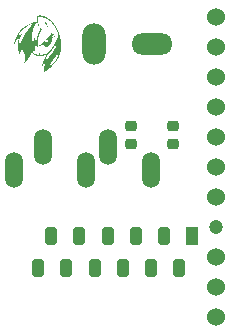
<source format=gbr>
%TF.GenerationSoftware,KiCad,Pcbnew,(6.0.6-0)*%
%TF.CreationDate,2022-07-06T00:09:10-04:00*%
%TF.ProjectId,PS2VGA Plug PCB,50533256-4741-4205-906c-756720504342,rev?*%
%TF.SameCoordinates,Original*%
%TF.FileFunction,Soldermask,Bot*%
%TF.FilePolarity,Negative*%
%FSLAX46Y46*%
G04 Gerber Fmt 4.6, Leading zero omitted, Abs format (unit mm)*
G04 Created by KiCad (PCBNEW (6.0.6-0)) date 2022-07-06 00:09:10*
%MOMM*%
%LPD*%
G01*
G04 APERTURE LIST*
G04 Aperture macros list*
%AMRoundRect*
0 Rectangle with rounded corners*
0 $1 Rounding radius*
0 $2 $3 $4 $5 $6 $7 $8 $9 X,Y pos of 4 corners*
0 Add a 4 corners polygon primitive as box body*
4,1,4,$2,$3,$4,$5,$6,$7,$8,$9,$2,$3,0*
0 Add four circle primitives for the rounded corners*
1,1,$1+$1,$2,$3*
1,1,$1+$1,$4,$5*
1,1,$1+$1,$6,$7*
1,1,$1+$1,$8,$9*
0 Add four rect primitives between the rounded corners*
20,1,$1+$1,$2,$3,$4,$5,0*
20,1,$1+$1,$4,$5,$6,$7,0*
20,1,$1+$1,$6,$7,$8,$9,0*
20,1,$1+$1,$8,$9,$2,$3,0*%
G04 Aperture macros list end*
%ADD10O,1.508000X3.016000*%
%ADD11O,3.500000X1.800000*%
%ADD12O,2.000000X3.500000*%
%ADD13C,1.200000*%
%ADD14C,1.524000*%
%ADD15RoundRect,0.225000X0.250000X-0.225000X0.250000X0.225000X-0.250000X0.225000X-0.250000X-0.225000X0*%
%ADD16R,1.000000X1.500000*%
%ADD17RoundRect,0.250000X0.250000X0.500000X-0.250000X0.500000X-0.250000X-0.500000X0.250000X-0.500000X0*%
G04 APERTURE END LIST*
%TO.C,G\u002A\u002A\u002A*%
G36*
X145066166Y-95186105D02*
G01*
X145049771Y-95216824D01*
X145033178Y-95245357D01*
X145016230Y-95271931D01*
X144998770Y-95296772D01*
X144980641Y-95320107D01*
X144961683Y-95342162D01*
X144941742Y-95363164D01*
X144931249Y-95373429D01*
X144916701Y-95386709D01*
X144902087Y-95398841D01*
X144887015Y-95410098D01*
X144871095Y-95420751D01*
X144853934Y-95431072D01*
X144835143Y-95441334D01*
X144814329Y-95451809D01*
X144808997Y-95454372D01*
X144789313Y-95463357D01*
X144769217Y-95471834D01*
X144749060Y-95479680D01*
X144729196Y-95486776D01*
X144709975Y-95492998D01*
X144691750Y-95498225D01*
X144674873Y-95502336D01*
X144659697Y-95505209D01*
X144655225Y-95505844D01*
X144647334Y-95506788D01*
X144638989Y-95507620D01*
X144631388Y-95508216D01*
X144622384Y-95508708D01*
X144611719Y-95509107D01*
X144601349Y-95509316D01*
X144591813Y-95509329D01*
X144583650Y-95509140D01*
X144577400Y-95508745D01*
X144569400Y-95507963D01*
X144561400Y-95497994D01*
X144552261Y-95486421D01*
X144541841Y-95472834D01*
X144531212Y-95458606D01*
X144520598Y-95444054D01*
X144510222Y-95429495D01*
X144500305Y-95415245D01*
X144491071Y-95401621D01*
X144482743Y-95388940D01*
X144475543Y-95377518D01*
X144469695Y-95367672D01*
X144462624Y-95354586D01*
X144453887Y-95336498D01*
X144445732Y-95317481D01*
X144438326Y-95298003D01*
X144431834Y-95278537D01*
X144426421Y-95259551D01*
X144422253Y-95241517D01*
X144419494Y-95224904D01*
X144419182Y-95222604D01*
X144418472Y-95218319D01*
X144417807Y-95215422D01*
X144417298Y-95214442D01*
X144417296Y-95214443D01*
X144416300Y-95215359D01*
X144413655Y-95217895D01*
X144409468Y-95221946D01*
X144403843Y-95227410D01*
X144396888Y-95234183D01*
X144388707Y-95242161D01*
X144379407Y-95251241D01*
X144369094Y-95261321D01*
X144357874Y-95272295D01*
X144345852Y-95284062D01*
X144333134Y-95296517D01*
X144319827Y-95309557D01*
X144306036Y-95323079D01*
X144300582Y-95328426D01*
X144281942Y-95346676D01*
X144265014Y-95363206D01*
X144249777Y-95378036D01*
X144236211Y-95391186D01*
X144224295Y-95402675D01*
X144214011Y-95412521D01*
X144205338Y-95420744D01*
X144198255Y-95427365D01*
X144192742Y-95432401D01*
X144188780Y-95435872D01*
X144186347Y-95437798D01*
X144185963Y-95438062D01*
X144174113Y-95445068D01*
X144161907Y-95450168D01*
X144149880Y-95453137D01*
X144143375Y-95453719D01*
X144134597Y-95453026D01*
X144125447Y-95450523D01*
X144115409Y-95446103D01*
X144100314Y-95437300D01*
X144084963Y-95425721D01*
X144071049Y-95412327D01*
X144058763Y-95397330D01*
X144048300Y-95380942D01*
X144039851Y-95363374D01*
X144038852Y-95360854D01*
X144035217Y-95350519D01*
X144031797Y-95339072D01*
X144028717Y-95327077D01*
X144026102Y-95315095D01*
X144024079Y-95303689D01*
X144022773Y-95293421D01*
X144022310Y-95284855D01*
X144022372Y-95281202D01*
X144022744Y-95278207D01*
X144023650Y-95276384D01*
X144025307Y-95275017D01*
X144027614Y-95273717D01*
X144029989Y-95273123D01*
X144032387Y-95273634D01*
X144035078Y-95275435D01*
X144038333Y-95278716D01*
X144042423Y-95283662D01*
X144047618Y-95290463D01*
X144053743Y-95298475D01*
X144066664Y-95314247D01*
X144078971Y-95327668D01*
X144090657Y-95338732D01*
X144101716Y-95347435D01*
X144112145Y-95353771D01*
X144121937Y-95357736D01*
X144122202Y-95357813D01*
X144130378Y-95359142D01*
X144139881Y-95359026D01*
X144150106Y-95357514D01*
X144160445Y-95354652D01*
X144163960Y-95353361D01*
X144172930Y-95349561D01*
X144182752Y-95344844D01*
X144192661Y-95339607D01*
X144201892Y-95334247D01*
X144209677Y-95329159D01*
X144211097Y-95327954D01*
X144214252Y-95325075D01*
X144219031Y-95320616D01*
X144225366Y-95314645D01*
X144233189Y-95307226D01*
X144242432Y-95298424D01*
X144253028Y-95288307D01*
X144264908Y-95276940D01*
X144278004Y-95264388D01*
X144292249Y-95250717D01*
X144307575Y-95235993D01*
X144323913Y-95220282D01*
X144341196Y-95203649D01*
X144359355Y-95186160D01*
X144370539Y-95175383D01*
X144456829Y-95175383D01*
X144458652Y-95183782D01*
X144459476Y-95187337D01*
X144461790Y-95195757D01*
X144464485Y-95203929D01*
X144467308Y-95211124D01*
X144470007Y-95216615D01*
X144471388Y-95218857D01*
X144478405Y-95227677D01*
X144487089Y-95235378D01*
X144496832Y-95241396D01*
X144496874Y-95241417D01*
X144502377Y-95243986D01*
X144506811Y-95245563D01*
X144511205Y-95246434D01*
X144516585Y-95246883D01*
X144520208Y-95246947D01*
X144531126Y-95245528D01*
X144541752Y-95241717D01*
X144551973Y-95235563D01*
X144561676Y-95227116D01*
X144566481Y-95221226D01*
X144571452Y-95212983D01*
X144575796Y-95203591D01*
X144579239Y-95193737D01*
X144581507Y-95184109D01*
X144582324Y-95175396D01*
X144582319Y-95174839D01*
X144581620Y-95167188D01*
X144579886Y-95158478D01*
X144577350Y-95149673D01*
X144574243Y-95141733D01*
X144571803Y-95136789D01*
X144565641Y-95126683D01*
X144557972Y-95117027D01*
X144548366Y-95107251D01*
X144537692Y-95097263D01*
X144530776Y-95103404D01*
X144530744Y-95103433D01*
X144528251Y-95105733D01*
X144524256Y-95109520D01*
X144519005Y-95114558D01*
X144512743Y-95120608D01*
X144505715Y-95127434D01*
X144498167Y-95134798D01*
X144490345Y-95142464D01*
X144456829Y-95175383D01*
X144370539Y-95175383D01*
X144378324Y-95167882D01*
X144398033Y-95148879D01*
X144418416Y-95129217D01*
X144439403Y-95108963D01*
X144460928Y-95088181D01*
X144482922Y-95066938D01*
X144505318Y-95045300D01*
X144513993Y-95036915D01*
X144605125Y-95036915D01*
X144605723Y-95038909D01*
X144607077Y-95042767D01*
X144608746Y-95047108D01*
X144612506Y-95055210D01*
X144619914Y-95066670D01*
X144629006Y-95076401D01*
X144639647Y-95084289D01*
X144651704Y-95090223D01*
X144665043Y-95094091D01*
X144670926Y-95094973D01*
X144679474Y-95095624D01*
X144688629Y-95095800D01*
X144697398Y-95095488D01*
X144704788Y-95094674D01*
X144706199Y-95094426D01*
X144719731Y-95091156D01*
X144733845Y-95086290D01*
X144747713Y-95080150D01*
X144760506Y-95073057D01*
X144763710Y-95070895D01*
X144772014Y-95063892D01*
X144780412Y-95054975D01*
X144788652Y-95044504D01*
X144796485Y-95032842D01*
X144803659Y-95020352D01*
X144809922Y-95007395D01*
X144815025Y-94994335D01*
X144818236Y-94984267D01*
X144820837Y-94974137D01*
X144822635Y-94964096D01*
X144823778Y-94953303D01*
X144824415Y-94940916D01*
X144824524Y-94936348D01*
X144824215Y-94920881D01*
X144822707Y-94906512D01*
X144819875Y-94892351D01*
X144815596Y-94877509D01*
X144814683Y-94874815D01*
X144812521Y-94868983D01*
X144810058Y-94862864D01*
X144807489Y-94856888D01*
X144805009Y-94851489D01*
X144802811Y-94847098D01*
X144801093Y-94844147D01*
X144800047Y-94843067D01*
X144799980Y-94843111D01*
X144798639Y-94844327D01*
X144795679Y-94847132D01*
X144791212Y-94851416D01*
X144785351Y-94857070D01*
X144778210Y-94863984D01*
X144769900Y-94872048D01*
X144760535Y-94881153D01*
X144750228Y-94891189D01*
X144739091Y-94902046D01*
X144727238Y-94913615D01*
X144714781Y-94925787D01*
X144701834Y-94938451D01*
X144695937Y-94944221D01*
X144681296Y-94958558D01*
X144668288Y-94971310D01*
X144656821Y-94982570D01*
X144646800Y-94992437D01*
X144638132Y-95001004D01*
X144630721Y-95008369D01*
X144624475Y-95014626D01*
X144619299Y-95019872D01*
X144615098Y-95024202D01*
X144611780Y-95027712D01*
X144609250Y-95030498D01*
X144607413Y-95032655D01*
X144606176Y-95034280D01*
X144605446Y-95035467D01*
X144605126Y-95036314D01*
X144605125Y-95036915D01*
X144513993Y-95036915D01*
X144528047Y-95023332D01*
X144551041Y-95001099D01*
X144574233Y-94978668D01*
X144597554Y-94956105D01*
X144620937Y-94933475D01*
X144644314Y-94910844D01*
X144667617Y-94888277D01*
X144690778Y-94865841D01*
X144713729Y-94843601D01*
X144736402Y-94821623D01*
X144758729Y-94799972D01*
X144780642Y-94778715D01*
X144802074Y-94757917D01*
X144822955Y-94737644D01*
X144843220Y-94717962D01*
X144862799Y-94698936D01*
X144881624Y-94680632D01*
X144899629Y-94663116D01*
X144916744Y-94646454D01*
X144932901Y-94630711D01*
X144948034Y-94615953D01*
X144962074Y-94602246D01*
X144974953Y-94589655D01*
X144986602Y-94578248D01*
X144996955Y-94568088D01*
X145005944Y-94559242D01*
X145013500Y-94551776D01*
X145019555Y-94545755D01*
X145024041Y-94541245D01*
X145026892Y-94538312D01*
X145028038Y-94537022D01*
X145028140Y-94536849D01*
X145029440Y-94534511D01*
X145031753Y-94530225D01*
X145034973Y-94524194D01*
X145038991Y-94516621D01*
X145043699Y-94507710D01*
X145048992Y-94497664D01*
X145054760Y-94486686D01*
X145060897Y-94474981D01*
X145067295Y-94462750D01*
X145076342Y-94445483D01*
X145089163Y-94421198D01*
X145100938Y-94399131D01*
X145111669Y-94379278D01*
X145121358Y-94361635D01*
X145130009Y-94346197D01*
X145137624Y-94332960D01*
X145144206Y-94321919D01*
X145149756Y-94313071D01*
X145154278Y-94306409D01*
X145157774Y-94301930D01*
X145160247Y-94299630D01*
X145162112Y-94298606D01*
X145167537Y-94297174D01*
X145172813Y-94298186D01*
X145178018Y-94301651D01*
X145179740Y-94303311D01*
X145182313Y-94306567D01*
X145184012Y-94310311D01*
X145184962Y-94315028D01*
X145185287Y-94321205D01*
X145185113Y-94329329D01*
X145184534Y-94343363D01*
X145174683Y-94368594D01*
X145172967Y-94372979D01*
X145169750Y-94381130D01*
X145166615Y-94388961D01*
X145163462Y-94396706D01*
X145160190Y-94404597D01*
X145156699Y-94412867D01*
X145152890Y-94421748D01*
X145148661Y-94431473D01*
X145143913Y-94442275D01*
X145138546Y-94454386D01*
X145132460Y-94468040D01*
X145125553Y-94483469D01*
X145117727Y-94500905D01*
X145117621Y-94501140D01*
X145112067Y-94513558D01*
X145106791Y-94525457D01*
X145101884Y-94536624D01*
X145097440Y-94546842D01*
X145093551Y-94555896D01*
X145090310Y-94563570D01*
X145087809Y-94569649D01*
X145086141Y-94573918D01*
X145085398Y-94576161D01*
X145085186Y-94577174D01*
X145084645Y-94580852D01*
X145084933Y-94583363D01*
X145086126Y-94585683D01*
X145086875Y-94586737D01*
X145091379Y-94590753D01*
X145096959Y-94592766D01*
X145103213Y-94592693D01*
X145109739Y-94590456D01*
X145110552Y-94589955D01*
X145113582Y-94587545D01*
X145117944Y-94583605D01*
X145123416Y-94578347D01*
X145129774Y-94571982D01*
X145136797Y-94564722D01*
X145146327Y-94554731D01*
X145159534Y-94540916D01*
X145171434Y-94528513D01*
X145182256Y-94517288D01*
X145192228Y-94507011D01*
X145201578Y-94497450D01*
X145210533Y-94488372D01*
X145219322Y-94479547D01*
X145228173Y-94470743D01*
X145237313Y-94461727D01*
X145246970Y-94452269D01*
X145257372Y-94442137D01*
X145259810Y-94439770D01*
X145268658Y-94431232D01*
X145277052Y-94423209D01*
X145284807Y-94415873D01*
X145291736Y-94409398D01*
X145297654Y-94403956D01*
X145302374Y-94399721D01*
X145305711Y-94396866D01*
X145307478Y-94395563D01*
X145311996Y-94393898D01*
X145318465Y-94393504D01*
X145324728Y-94395233D01*
X145330431Y-94398904D01*
X145335220Y-94404341D01*
X145338740Y-94411362D01*
X145339725Y-94415061D01*
X145340365Y-94421871D01*
X145339837Y-94428700D01*
X145338170Y-94434442D01*
X145337129Y-94436328D01*
X145335225Y-94439169D01*
X145332463Y-94442897D01*
X145328785Y-94447580D01*
X145324133Y-94453282D01*
X145318450Y-94460071D01*
X145311677Y-94468012D01*
X145303759Y-94477171D01*
X145294636Y-94487615D01*
X145284252Y-94499410D01*
X145272549Y-94512622D01*
X145259469Y-94527316D01*
X145244955Y-94543560D01*
X145228950Y-94561420D01*
X145211395Y-94580961D01*
X145192234Y-94602249D01*
X145184988Y-94610317D01*
X145176550Y-94619771D01*
X145168702Y-94628628D01*
X145161597Y-94636714D01*
X145155386Y-94643854D01*
X145150222Y-94649872D01*
X145146257Y-94654593D01*
X145143642Y-94657842D01*
X145142531Y-94659445D01*
X145141492Y-94664549D01*
X145142230Y-94670790D01*
X145144743Y-94677415D01*
X145146397Y-94680346D01*
X145149900Y-94685472D01*
X145153860Y-94690333D01*
X145157742Y-94694291D01*
X145161009Y-94696711D01*
X145162984Y-94697611D01*
X145165423Y-94698260D01*
X145168101Y-94698298D01*
X145171282Y-94697622D01*
X145175226Y-94696131D01*
X145180196Y-94693722D01*
X145186453Y-94690293D01*
X145194259Y-94685741D01*
X145203877Y-94679964D01*
X145206651Y-94678304D01*
X145214453Y-94673795D01*
X145223524Y-94668728D01*
X145233620Y-94663227D01*
X145244495Y-94657417D01*
X145255904Y-94651421D01*
X145267603Y-94645363D01*
X145279345Y-94639367D01*
X145290887Y-94633557D01*
X145301981Y-94628056D01*
X145312385Y-94622988D01*
X145321851Y-94618477D01*
X145330136Y-94614647D01*
X145336994Y-94611621D01*
X145342179Y-94609524D01*
X145345447Y-94608479D01*
X145345663Y-94608433D01*
X145354111Y-94607447D01*
X145362394Y-94607906D01*
X145369987Y-94609688D01*
X145376362Y-94612670D01*
X145380996Y-94616732D01*
X145383149Y-94621165D01*
X145383250Y-94626310D01*
X145381249Y-94631567D01*
X145377229Y-94636503D01*
X145377227Y-94636504D01*
X145375770Y-94637547D01*
X145372381Y-94639801D01*
X145367213Y-94643166D01*
X145360419Y-94647547D01*
X145352152Y-94652845D01*
X145342565Y-94658962D01*
X145331812Y-94665802D01*
X145320044Y-94673266D01*
X145307415Y-94681257D01*
X145294079Y-94689678D01*
X145280187Y-94698430D01*
X145280078Y-94698498D01*
X145266198Y-94707242D01*
X145252879Y-94715650D01*
X145240274Y-94723623D01*
X145228536Y-94731066D01*
X145217816Y-94737880D01*
X145208267Y-94743968D01*
X145200042Y-94749235D01*
X145193292Y-94753581D01*
X145188171Y-94756911D01*
X145184830Y-94759127D01*
X145183422Y-94760131D01*
X145182868Y-94760683D01*
X145182137Y-94761700D01*
X145181602Y-94763146D01*
X145181232Y-94765360D01*
X145180996Y-94768680D01*
X145180863Y-94773446D01*
X145180801Y-94779996D01*
X145180779Y-94788668D01*
X145180633Y-94802560D01*
X145180100Y-94817459D01*
X145179110Y-94831811D01*
X145177594Y-94846587D01*
X145175482Y-94862760D01*
X145170596Y-94892748D01*
X145162460Y-94931557D01*
X145161218Y-94936348D01*
X145152172Y-94971245D01*
X145139770Y-95011703D01*
X145125290Y-95052823D01*
X145108767Y-95094497D01*
X145090239Y-95136617D01*
X145071516Y-95175396D01*
X145069740Y-95179075D01*
X145066166Y-95186105D01*
G37*
G36*
X143892835Y-95822039D02*
G01*
X143893056Y-95822235D01*
X143894303Y-95824294D01*
X143896209Y-95828242D01*
X143898643Y-95833746D01*
X143901475Y-95840474D01*
X143904578Y-95848092D01*
X143907821Y-95856267D01*
X143911074Y-95864665D01*
X143914209Y-95872955D01*
X143917095Y-95880803D01*
X143919604Y-95887876D01*
X143921606Y-95893840D01*
X143922971Y-95898363D01*
X143923570Y-95901112D01*
X143923485Y-95907057D01*
X143921398Y-95914785D01*
X143917278Y-95921988D01*
X143911373Y-95928351D01*
X143903927Y-95933562D01*
X143895186Y-95937308D01*
X143893796Y-95937690D01*
X143888807Y-95938600D01*
X143883845Y-95938995D01*
X143882294Y-95938954D01*
X143878133Y-95938661D01*
X143872314Y-95938125D01*
X143865182Y-95937386D01*
X143857076Y-95936489D01*
X143848340Y-95935474D01*
X143839315Y-95934385D01*
X143830344Y-95933264D01*
X143821768Y-95932152D01*
X143813930Y-95931093D01*
X143807171Y-95930129D01*
X143801833Y-95929301D01*
X143798259Y-95928652D01*
X143796790Y-95928225D01*
X143796185Y-95927003D01*
X143796046Y-95924342D01*
X143796477Y-95923160D01*
X143798078Y-95921581D01*
X143801218Y-95919825D01*
X143806305Y-95917626D01*
X143817355Y-95912842D01*
X143830655Y-95906194D01*
X143842591Y-95899187D01*
X143852805Y-95892038D01*
X143860935Y-95884962D01*
X143863696Y-95881869D01*
X143867944Y-95876013D01*
X143871474Y-95869878D01*
X143872082Y-95868587D01*
X143874319Y-95863078D01*
X143876576Y-95856534D01*
X143878663Y-95849619D01*
X143880389Y-95842995D01*
X143881565Y-95837325D01*
X143881999Y-95833271D01*
X143882209Y-95830311D01*
X143883608Y-95825693D01*
X143886055Y-95822558D01*
X143889236Y-95821232D01*
X143892835Y-95822039D01*
G37*
G36*
X145905739Y-94906462D02*
G01*
X145910160Y-94947917D01*
X145914111Y-94990553D01*
X145917611Y-95034550D01*
X145920677Y-95080088D01*
X145923327Y-95127345D01*
X145925579Y-95176502D01*
X145927450Y-95227738D01*
X145928959Y-95281232D01*
X145929069Y-95286009D01*
X145929348Y-95301661D01*
X145929556Y-95319016D01*
X145929693Y-95337727D01*
X145929762Y-95357447D01*
X145929764Y-95377830D01*
X145929702Y-95398527D01*
X145929577Y-95419193D01*
X145929392Y-95439480D01*
X145929147Y-95459041D01*
X145928846Y-95477529D01*
X145928491Y-95494596D01*
X145928082Y-95509897D01*
X145927622Y-95523084D01*
X145926627Y-95546162D01*
X145923884Y-95598166D01*
X145920531Y-95647938D01*
X145916551Y-95695586D01*
X145914887Y-95712011D01*
X145911929Y-95741221D01*
X145906650Y-95784953D01*
X145900700Y-95826892D01*
X145894063Y-95867147D01*
X145886724Y-95905827D01*
X145878668Y-95943044D01*
X145869880Y-95978907D01*
X145860344Y-96013525D01*
X145859187Y-96017470D01*
X145852376Y-96039722D01*
X145844609Y-96063689D01*
X145836031Y-96088971D01*
X145826789Y-96115170D01*
X145817027Y-96141886D01*
X145806890Y-96168722D01*
X145796524Y-96195279D01*
X145786074Y-96221156D01*
X145775685Y-96245957D01*
X145751913Y-96299608D01*
X145723457Y-96359420D01*
X145693094Y-96418976D01*
X145661073Y-96477808D01*
X145627642Y-96535444D01*
X145593050Y-96591417D01*
X145589683Y-96596675D01*
X145562802Y-96637514D01*
X145534173Y-96679114D01*
X145504124Y-96721033D01*
X145472982Y-96762833D01*
X145441073Y-96804073D01*
X145408724Y-96844314D01*
X145376261Y-96883117D01*
X145363104Y-96898387D01*
X145325455Y-96940772D01*
X145285692Y-96983710D01*
X145243978Y-97027038D01*
X145200478Y-97070594D01*
X145155353Y-97114218D01*
X145108769Y-97157747D01*
X145060887Y-97201018D01*
X145011872Y-97243872D01*
X145006587Y-97248408D01*
X144966434Y-97282357D01*
X144924899Y-97316600D01*
X144882251Y-97350940D01*
X144838757Y-97385176D01*
X144794685Y-97419108D01*
X144750302Y-97452537D01*
X144705876Y-97485263D01*
X144661675Y-97517086D01*
X144617967Y-97547807D01*
X144575019Y-97577225D01*
X144533099Y-97605142D01*
X144492475Y-97631357D01*
X144470936Y-97645018D01*
X144470087Y-97624999D01*
X144469898Y-97619922D01*
X144469574Y-97604248D01*
X144469537Y-97586617D01*
X144469772Y-97567387D01*
X144470265Y-97546914D01*
X144470999Y-97525555D01*
X144471960Y-97503669D01*
X144473134Y-97481612D01*
X144474504Y-97459742D01*
X144476055Y-97438415D01*
X144477773Y-97417989D01*
X144479643Y-97398821D01*
X144480914Y-97387050D01*
X144482898Y-97369949D01*
X144484976Y-97353712D01*
X144487214Y-97337933D01*
X144489683Y-97322208D01*
X144492448Y-97306131D01*
X144495577Y-97289298D01*
X144499139Y-97271302D01*
X144503201Y-97251738D01*
X144507831Y-97230202D01*
X144514025Y-97201627D01*
X144524831Y-97151084D01*
X144527723Y-97137342D01*
X144983867Y-97137342D01*
X144983950Y-97137336D01*
X144985385Y-97136334D01*
X144988436Y-97133847D01*
X144992941Y-97130019D01*
X144998737Y-97124996D01*
X145005663Y-97118924D01*
X145013556Y-97111949D01*
X145022253Y-97104215D01*
X145031594Y-97095868D01*
X145041414Y-97087054D01*
X145051553Y-97077919D01*
X145061849Y-97068607D01*
X145072137Y-97059265D01*
X145082258Y-97050038D01*
X145092048Y-97041071D01*
X145101345Y-97032510D01*
X145109986Y-97024500D01*
X145117811Y-97017188D01*
X145123005Y-97012282D01*
X145133760Y-97001996D01*
X145145776Y-96990360D01*
X145158865Y-96977567D01*
X145172836Y-96963808D01*
X145187502Y-96949273D01*
X145202671Y-96934155D01*
X145218155Y-96918644D01*
X145233764Y-96902932D01*
X145249310Y-96887210D01*
X145264601Y-96871669D01*
X145279450Y-96856501D01*
X145293667Y-96841898D01*
X145307061Y-96828050D01*
X145319445Y-96815148D01*
X145330628Y-96803385D01*
X145340421Y-96792951D01*
X145348635Y-96784037D01*
X145373217Y-96756399D01*
X145401874Y-96722431D01*
X145429273Y-96687904D01*
X145455534Y-96652628D01*
X145480777Y-96616414D01*
X145505120Y-96579070D01*
X145528682Y-96540407D01*
X145551583Y-96500234D01*
X145573942Y-96458361D01*
X145595879Y-96414598D01*
X145617511Y-96368755D01*
X145638958Y-96320641D01*
X145641267Y-96315275D01*
X145647490Y-96300445D01*
X145654288Y-96283777D01*
X145661580Y-96265500D01*
X145669281Y-96245842D01*
X145677308Y-96225032D01*
X145685579Y-96203299D01*
X145694009Y-96180873D01*
X145702515Y-96157981D01*
X145711014Y-96134854D01*
X145719422Y-96111719D01*
X145727656Y-96088805D01*
X145735633Y-96066342D01*
X145743270Y-96044559D01*
X145750482Y-96023683D01*
X145757187Y-96003945D01*
X145763302Y-95985572D01*
X145768742Y-95968795D01*
X145773424Y-95953841D01*
X145777266Y-95940940D01*
X145777406Y-95940451D01*
X145787783Y-95900674D01*
X145795925Y-95861295D01*
X145801903Y-95821853D01*
X145805788Y-95781887D01*
X145807648Y-95740935D01*
X145808254Y-95712011D01*
X145799541Y-95743397D01*
X145793156Y-95765674D01*
X145777049Y-95816434D01*
X145759185Y-95865774D01*
X145739598Y-95913620D01*
X145718325Y-95959897D01*
X145695400Y-96004528D01*
X145670861Y-96047440D01*
X145644742Y-96088557D01*
X145617079Y-96127803D01*
X145613866Y-96132116D01*
X145607526Y-96140511D01*
X145601395Y-96148442D01*
X145595281Y-96156131D01*
X145588991Y-96163803D01*
X145582334Y-96171679D01*
X145575115Y-96179983D01*
X145567143Y-96188937D01*
X145558226Y-96198764D01*
X145548170Y-96209688D01*
X145536783Y-96221931D01*
X145523873Y-96235716D01*
X145509251Y-96251350D01*
X145493259Y-96268616D01*
X145478194Y-96285094D01*
X145463840Y-96301037D01*
X145449983Y-96316697D01*
X145436406Y-96332328D01*
X145422895Y-96348183D01*
X145409234Y-96364515D01*
X145395208Y-96381577D01*
X145380601Y-96399621D01*
X145365198Y-96418902D01*
X145348784Y-96439672D01*
X145331144Y-96462183D01*
X145325599Y-96469301D01*
X145300448Y-96502084D01*
X145276945Y-96533599D01*
X145254909Y-96564123D01*
X145234157Y-96593933D01*
X145214506Y-96623305D01*
X145195776Y-96652516D01*
X145177785Y-96681843D01*
X145160349Y-96711561D01*
X145143288Y-96741948D01*
X145126418Y-96773280D01*
X145112274Y-96800805D01*
X145092307Y-96842169D01*
X145072935Y-96885247D01*
X145054331Y-96929610D01*
X145036667Y-96974829D01*
X145020114Y-97020474D01*
X145004845Y-97066114D01*
X144991031Y-97111322D01*
X144990096Y-97114551D01*
X144988030Y-97121771D01*
X144986279Y-97128004D01*
X144984938Y-97132906D01*
X144984103Y-97136133D01*
X144983867Y-97137342D01*
X144527723Y-97137342D01*
X144535756Y-97099163D01*
X144546660Y-97046536D01*
X144557406Y-96993872D01*
X144567854Y-96941842D01*
X144577866Y-96891117D01*
X144581261Y-96873718D01*
X144585677Y-96850981D01*
X144589886Y-96829188D01*
X144593866Y-96808453D01*
X144597596Y-96788887D01*
X144601056Y-96770604D01*
X144604225Y-96753718D01*
X144607081Y-96738341D01*
X144609604Y-96724587D01*
X144611772Y-96712569D01*
X144613565Y-96702399D01*
X144614962Y-96694191D01*
X144615941Y-96688058D01*
X144616482Y-96684113D01*
X144616564Y-96682469D01*
X144615911Y-96682895D01*
X144614267Y-96685071D01*
X144611898Y-96688660D01*
X144609063Y-96693289D01*
X144607100Y-96696540D01*
X144603552Y-96702159D01*
X144599506Y-96708245D01*
X144594811Y-96715008D01*
X144589318Y-96722652D01*
X144582879Y-96731386D01*
X144575343Y-96741416D01*
X144566561Y-96752948D01*
X144556384Y-96766191D01*
X144550035Y-96774453D01*
X144536130Y-96792815D01*
X144523252Y-96810246D01*
X144511169Y-96827099D01*
X144499650Y-96843722D01*
X144488463Y-96860467D01*
X144477376Y-96877683D01*
X144466159Y-96895722D01*
X144454578Y-96914933D01*
X144442404Y-96935666D01*
X144429404Y-96958272D01*
X144428405Y-96960027D01*
X144421386Y-96972455D01*
X144413862Y-96985940D01*
X144405988Y-97000190D01*
X144397921Y-97014916D01*
X144389817Y-97029826D01*
X144381832Y-97044630D01*
X144374123Y-97059037D01*
X144366847Y-97072756D01*
X144360158Y-97085496D01*
X144354214Y-97096967D01*
X144349172Y-97106878D01*
X144345186Y-97114938D01*
X144341702Y-97122138D01*
X144340936Y-97116784D01*
X144340790Y-97115034D01*
X144340688Y-97110683D01*
X144340728Y-97104780D01*
X144340902Y-97097873D01*
X144341206Y-97090506D01*
X144342967Y-97065607D01*
X144346439Y-97034802D01*
X144351432Y-97002119D01*
X144357942Y-96967584D01*
X144365961Y-96931223D01*
X144375484Y-96893061D01*
X144386506Y-96853126D01*
X144399020Y-96811442D01*
X144413022Y-96768037D01*
X144432718Y-96711328D01*
X144448453Y-96669734D01*
X144524114Y-96669734D01*
X144524383Y-96669920D01*
X144525258Y-96669442D01*
X144526885Y-96668170D01*
X144529410Y-96665975D01*
X144532981Y-96662727D01*
X144537742Y-96658294D01*
X144543840Y-96652548D01*
X144551423Y-96645357D01*
X144560635Y-96636593D01*
X144570166Y-96627558D01*
X144581947Y-96616485D01*
X144594096Y-96605161D01*
X144606469Y-96593715D01*
X144618921Y-96582275D01*
X144631309Y-96570970D01*
X144643487Y-96559929D01*
X144655311Y-96549282D01*
X144666638Y-96539157D01*
X144677322Y-96529683D01*
X144687219Y-96520989D01*
X144696186Y-96513204D01*
X144704078Y-96506457D01*
X144710750Y-96500876D01*
X144716058Y-96496592D01*
X144719858Y-96493732D01*
X144722005Y-96492425D01*
X144722221Y-96492347D01*
X144726237Y-96492131D01*
X144730010Y-96493868D01*
X144732662Y-96497167D01*
X144732995Y-96498152D01*
X144733119Y-96499970D01*
X144732743Y-96502589D01*
X144731783Y-96506386D01*
X144730153Y-96511741D01*
X144727769Y-96519032D01*
X144724876Y-96528080D01*
X144719182Y-96548053D01*
X144714177Y-96568569D01*
X144710189Y-96588340D01*
X144709243Y-96594350D01*
X144707733Y-96608812D01*
X144706913Y-96625382D01*
X144706783Y-96643886D01*
X144707342Y-96664151D01*
X144708590Y-96686002D01*
X144710526Y-96709266D01*
X144710822Y-96712258D01*
X144711564Y-96718479D01*
X144712275Y-96722376D01*
X144712989Y-96724049D01*
X144713740Y-96723597D01*
X144714562Y-96721118D01*
X144714851Y-96720068D01*
X144716555Y-96715129D01*
X144719270Y-96708320D01*
X144722883Y-96699873D01*
X144727282Y-96690023D01*
X144732353Y-96679003D01*
X144737984Y-96667048D01*
X144744061Y-96654391D01*
X144750472Y-96641266D01*
X144757103Y-96627907D01*
X144763841Y-96614547D01*
X144770574Y-96601421D01*
X144777189Y-96588762D01*
X144783572Y-96576805D01*
X144789611Y-96565782D01*
X144794854Y-96556393D01*
X144801985Y-96543751D01*
X144808980Y-96531522D01*
X144815974Y-96519484D01*
X144823105Y-96507412D01*
X144830510Y-96495084D01*
X144838325Y-96482274D01*
X144846687Y-96468761D01*
X144855733Y-96454319D01*
X144865600Y-96438725D01*
X144876424Y-96421756D01*
X144888342Y-96403188D01*
X144901492Y-96382797D01*
X144903160Y-96380215D01*
X144920655Y-96353201D01*
X144936980Y-96328119D01*
X144952242Y-96304816D01*
X144966547Y-96283139D01*
X144980001Y-96262935D01*
X144992712Y-96244051D01*
X145004785Y-96226335D01*
X145016326Y-96209633D01*
X145027443Y-96193792D01*
X145038242Y-96178660D01*
X145048828Y-96164083D01*
X145059309Y-96149908D01*
X145069792Y-96135983D01*
X145080381Y-96122154D01*
X145091184Y-96108269D01*
X145102308Y-96094174D01*
X145104151Y-96091848D01*
X145124355Y-96065753D01*
X145145406Y-96037489D01*
X145167237Y-96007159D01*
X145189776Y-95974865D01*
X145212954Y-95940710D01*
X145236701Y-95904797D01*
X145260947Y-95867228D01*
X145285623Y-95828107D01*
X145310659Y-95787536D01*
X145320948Y-95770611D01*
X145347691Y-95725900D01*
X145373362Y-95681921D01*
X145397916Y-95638759D01*
X145421313Y-95596501D01*
X145443508Y-95555232D01*
X145464460Y-95515037D01*
X145484125Y-95476003D01*
X145502461Y-95438216D01*
X145519425Y-95401760D01*
X145534975Y-95366722D01*
X145549068Y-95333187D01*
X145561660Y-95301242D01*
X145572710Y-95270971D01*
X145582175Y-95242461D01*
X145592161Y-95209191D01*
X145603298Y-95168475D01*
X145613807Y-95126087D01*
X145623607Y-95082428D01*
X145632618Y-95037898D01*
X145640760Y-94992896D01*
X145647953Y-94947824D01*
X145654116Y-94903081D01*
X145659168Y-94859068D01*
X145659645Y-94854342D01*
X145660355Y-94846491D01*
X145660699Y-94840605D01*
X145660636Y-94836366D01*
X145660129Y-94833457D01*
X145659137Y-94831557D01*
X145657622Y-94830350D01*
X145655545Y-94829517D01*
X145655017Y-94829363D01*
X145653420Y-94829161D01*
X145651925Y-94829580D01*
X145650415Y-94830833D01*
X145648772Y-94833132D01*
X145646882Y-94836688D01*
X145644626Y-94841714D01*
X145641888Y-94848420D01*
X145638552Y-94857020D01*
X145634501Y-94867724D01*
X145629435Y-94881112D01*
X145604783Y-94944101D01*
X145578735Y-95007282D01*
X145551464Y-95070278D01*
X145523146Y-95132710D01*
X145493955Y-95194200D01*
X145464066Y-95254370D01*
X145433654Y-95312840D01*
X145402893Y-95369234D01*
X145401882Y-95371040D01*
X145391310Y-95389678D01*
X145379904Y-95409375D01*
X145367761Y-95429979D01*
X145354980Y-95451338D01*
X145341661Y-95473302D01*
X145327901Y-95495717D01*
X145313799Y-95518432D01*
X145299454Y-95541296D01*
X145284964Y-95564156D01*
X145270429Y-95586861D01*
X145255946Y-95609258D01*
X145241614Y-95631197D01*
X145227532Y-95652524D01*
X145213798Y-95673090D01*
X145200512Y-95692741D01*
X145187771Y-95711325D01*
X145175674Y-95728692D01*
X145164321Y-95744689D01*
X145153808Y-95759164D01*
X145144236Y-95771966D01*
X145135703Y-95782943D01*
X145128307Y-95791943D01*
X145124713Y-95796109D01*
X145117083Y-95804759D01*
X145107820Y-95815058D01*
X145096985Y-95826941D01*
X145084639Y-95840341D01*
X145070842Y-95855193D01*
X145055657Y-95871432D01*
X145039144Y-95888992D01*
X145021364Y-95907807D01*
X145002379Y-95927812D01*
X144982248Y-95948940D01*
X144980342Y-95950938D01*
X144963569Y-95968559D01*
X144948345Y-95984650D01*
X144934503Y-95999407D01*
X144921873Y-96013025D01*
X144910289Y-96025701D01*
X144899582Y-96037628D01*
X144889583Y-96049004D01*
X144880126Y-96060023D01*
X144871041Y-96070881D01*
X144862162Y-96081774D01*
X144853319Y-96092896D01*
X144844346Y-96104444D01*
X144835073Y-96116612D01*
X144825334Y-96129597D01*
X144814959Y-96143594D01*
X144810130Y-96150150D01*
X144787062Y-96181819D01*
X144765547Y-96211968D01*
X144745451Y-96240802D01*
X144726636Y-96268524D01*
X144708965Y-96295336D01*
X144692303Y-96321443D01*
X144676514Y-96347048D01*
X144661459Y-96372353D01*
X144644435Y-96402215D01*
X144622865Y-96442191D01*
X144602282Y-96482796D01*
X144582884Y-96523609D01*
X144564869Y-96564212D01*
X144548435Y-96604186D01*
X144533779Y-96643111D01*
X144533581Y-96643662D01*
X144530996Y-96650853D01*
X144528632Y-96657377D01*
X144526642Y-96662822D01*
X144525175Y-96666774D01*
X144524384Y-96668820D01*
X144524304Y-96669015D01*
X144524114Y-96669734D01*
X144448453Y-96669734D01*
X144457851Y-96644893D01*
X144484966Y-96579083D01*
X144513968Y-96514086D01*
X144544763Y-96450093D01*
X144577256Y-96387290D01*
X144611352Y-96325869D01*
X144646956Y-96266016D01*
X144683974Y-96207922D01*
X144722311Y-96151774D01*
X144735974Y-96132448D01*
X144728997Y-96135585D01*
X144709929Y-96144059D01*
X144667728Y-96162055D01*
X144626782Y-96178402D01*
X144586775Y-96193188D01*
X144547395Y-96206500D01*
X144508327Y-96218425D01*
X144469259Y-96229052D01*
X144429876Y-96238467D01*
X144389866Y-96246758D01*
X144348914Y-96254014D01*
X144306707Y-96260321D01*
X144262931Y-96265767D01*
X144253457Y-96266819D01*
X144229141Y-96269336D01*
X144206462Y-96271376D01*
X144184861Y-96272974D01*
X144163775Y-96274162D01*
X144142645Y-96274974D01*
X144120908Y-96275443D01*
X144098004Y-96275603D01*
X144084520Y-96275582D01*
X144070508Y-96275461D01*
X144058082Y-96275210D01*
X144046768Y-96274802D01*
X144036093Y-96274211D01*
X144025583Y-96273410D01*
X144014764Y-96272370D01*
X144003164Y-96271067D01*
X143990309Y-96269471D01*
X143959996Y-96265117D01*
X143914692Y-96256835D01*
X143870325Y-96246569D01*
X143827051Y-96234365D01*
X143785030Y-96220270D01*
X143744420Y-96204329D01*
X143705379Y-96186589D01*
X143699087Y-96183493D01*
X143676757Y-96171974D01*
X143656366Y-96160522D01*
X143637523Y-96148888D01*
X143619837Y-96136822D01*
X143602920Y-96124075D01*
X143586380Y-96110396D01*
X143570480Y-96095809D01*
X143552444Y-96076852D01*
X143536244Y-96056985D01*
X143521970Y-96036364D01*
X143509710Y-96015145D01*
X143499551Y-95993484D01*
X143491583Y-95971536D01*
X143485893Y-95949456D01*
X143483375Y-95932743D01*
X143547335Y-95932743D01*
X143548730Y-95944543D01*
X143552471Y-95956767D01*
X143558573Y-95969467D01*
X143567051Y-95982699D01*
X143571898Y-95989031D01*
X143580425Y-95998853D01*
X143590403Y-96009161D01*
X143601407Y-96019557D01*
X143613011Y-96029646D01*
X143624791Y-96039030D01*
X143636320Y-96047313D01*
X143648879Y-96055295D01*
X143666459Y-96065224D01*
X143686101Y-96075143D01*
X143707586Y-96084972D01*
X143730695Y-96094630D01*
X143755209Y-96104038D01*
X143780909Y-96113115D01*
X143807577Y-96121783D01*
X143834992Y-96129960D01*
X143862937Y-96137568D01*
X143891192Y-96144525D01*
X143919538Y-96150752D01*
X143924879Y-96151836D01*
X143936168Y-96154035D01*
X143947918Y-96156217D01*
X143959720Y-96158313D01*
X143971162Y-96160254D01*
X143981835Y-96161972D01*
X143991328Y-96163398D01*
X143999231Y-96164463D01*
X144005134Y-96165098D01*
X144014918Y-96165914D01*
X144021999Y-96161280D01*
X144022758Y-96160767D01*
X144027800Y-96156837D01*
X144033837Y-96151445D01*
X144040454Y-96145020D01*
X144047236Y-96137988D01*
X144053769Y-96130779D01*
X144059638Y-96123819D01*
X144064428Y-96117537D01*
X144066719Y-96114198D01*
X144072575Y-96104840D01*
X144078459Y-96094412D01*
X144083979Y-96083664D01*
X144088743Y-96073343D01*
X144092361Y-96064195D01*
X144096141Y-96052542D01*
X144099764Y-96039073D01*
X144102868Y-96024617D01*
X144105558Y-96008684D01*
X144107937Y-95990787D01*
X144108026Y-95990009D01*
X144108623Y-95983219D01*
X144109163Y-95974459D01*
X144109636Y-95964158D01*
X144110035Y-95952746D01*
X144110353Y-95940654D01*
X144110580Y-95928309D01*
X144110708Y-95916144D01*
X144110730Y-95904586D01*
X144110637Y-95894067D01*
X144110421Y-95885015D01*
X144110074Y-95877861D01*
X144109751Y-95872029D01*
X144109644Y-95867157D01*
X144109770Y-95863943D01*
X144110130Y-95862784D01*
X144111591Y-95863416D01*
X144114407Y-95865591D01*
X144117984Y-95868929D01*
X144121891Y-95873023D01*
X144125697Y-95877466D01*
X144130145Y-95883594D01*
X144136672Y-95895141D01*
X144142587Y-95908985D01*
X144147898Y-95925145D01*
X144152609Y-95943639D01*
X144156728Y-95964488D01*
X144160259Y-95987710D01*
X144160753Y-95991681D01*
X144161887Y-96003373D01*
X144162663Y-96015606D01*
X144163074Y-96027886D01*
X144163116Y-96039716D01*
X144162786Y-96050602D01*
X144162078Y-96060047D01*
X144160988Y-96067557D01*
X144160281Y-96070936D01*
X144155929Y-96087387D01*
X144150229Y-96102521D01*
X144142972Y-96116706D01*
X144133944Y-96130314D01*
X144122935Y-96143713D01*
X144109734Y-96157274D01*
X144106091Y-96160787D01*
X144101648Y-96165142D01*
X144098110Y-96168694D01*
X144095772Y-96171146D01*
X144094927Y-96172203D01*
X144095634Y-96172505D01*
X144098203Y-96172736D01*
X144102004Y-96172747D01*
X144104140Y-96172686D01*
X144121937Y-96172169D01*
X144137635Y-96171676D01*
X144151561Y-96171190D01*
X144164041Y-96170695D01*
X144175401Y-96170172D01*
X144185968Y-96169605D01*
X144196067Y-96168976D01*
X144206025Y-96168267D01*
X144216169Y-96167461D01*
X144226823Y-96166542D01*
X144238315Y-96165491D01*
X144250050Y-96164344D01*
X144305491Y-96157588D01*
X144361624Y-96148577D01*
X144418306Y-96137353D01*
X144475394Y-96123956D01*
X144532744Y-96108428D01*
X144590213Y-96090808D01*
X144647657Y-96071138D01*
X144704932Y-96049459D01*
X144761896Y-96025812D01*
X144818405Y-96000237D01*
X144823275Y-95997933D01*
X144830780Y-95994353D01*
X144837530Y-95991099D01*
X144843156Y-95988351D01*
X144847289Y-95986287D01*
X144849562Y-95985087D01*
X144849600Y-95985064D01*
X144851153Y-95983610D01*
X144854139Y-95980365D01*
X144858458Y-95975452D01*
X144864009Y-95968995D01*
X144870690Y-95961118D01*
X144878400Y-95951944D01*
X144887039Y-95941596D01*
X144896506Y-95930198D01*
X144906699Y-95917874D01*
X144917518Y-95904746D01*
X144928862Y-95890940D01*
X144940630Y-95876578D01*
X144952720Y-95861783D01*
X144965032Y-95846680D01*
X144977465Y-95831392D01*
X144989917Y-95816042D01*
X145002289Y-95800754D01*
X145014478Y-95785652D01*
X145026385Y-95770859D01*
X145037907Y-95756498D01*
X145048944Y-95742694D01*
X145059395Y-95729569D01*
X145069160Y-95717247D01*
X145078136Y-95705853D01*
X145086224Y-95695508D01*
X145086975Y-95694544D01*
X145098040Y-95680283D01*
X145108247Y-95667037D01*
X145117751Y-95654585D01*
X145126710Y-95642707D01*
X145135277Y-95631181D01*
X145143611Y-95619787D01*
X145151866Y-95608305D01*
X145160199Y-95596513D01*
X145168765Y-95584192D01*
X145177721Y-95571120D01*
X145187223Y-95557077D01*
X145197426Y-95541842D01*
X145208487Y-95525195D01*
X145220561Y-95506915D01*
X145233805Y-95486782D01*
X145250094Y-95461915D01*
X145270626Y-95430345D01*
X145289811Y-95400560D01*
X145307712Y-95372444D01*
X145324392Y-95345884D01*
X145339913Y-95320765D01*
X145354340Y-95296973D01*
X145367733Y-95274393D01*
X145380158Y-95252911D01*
X145391676Y-95232413D01*
X145402351Y-95212785D01*
X145412245Y-95193911D01*
X145421421Y-95175679D01*
X145429943Y-95157973D01*
X145437874Y-95140680D01*
X145445275Y-95123685D01*
X145452211Y-95106873D01*
X145458745Y-95090130D01*
X145464938Y-95073343D01*
X145470855Y-95056396D01*
X145471963Y-95053157D01*
X145475272Y-95043699D01*
X145478732Y-95034074D01*
X145482114Y-95024907D01*
X145485188Y-95016825D01*
X145487723Y-95010456D01*
X145490754Y-95003358D01*
X145496030Y-94991729D01*
X145502308Y-94978555D01*
X145509423Y-94964162D01*
X145517211Y-94948875D01*
X145525508Y-94933021D01*
X145534148Y-94916926D01*
X145542968Y-94900915D01*
X145542976Y-94900902D01*
X145553621Y-94881743D01*
X145563097Y-94864477D01*
X145571506Y-94848886D01*
X145578952Y-94834757D01*
X145585539Y-94821875D01*
X145591370Y-94810024D01*
X145596548Y-94798990D01*
X145601177Y-94788557D01*
X145605360Y-94778511D01*
X145609201Y-94768636D01*
X145612802Y-94758717D01*
X145616268Y-94748541D01*
X145616481Y-94747898D01*
X145619860Y-94737296D01*
X145622871Y-94727020D01*
X145625553Y-94716816D01*
X145627946Y-94706431D01*
X145630088Y-94695612D01*
X145632019Y-94684106D01*
X145633779Y-94671659D01*
X145635405Y-94658018D01*
X145636938Y-94642929D01*
X145638417Y-94626140D01*
X145639881Y-94607396D01*
X145641369Y-94586446D01*
X145641645Y-94582334D01*
X145643997Y-94539301D01*
X145645306Y-94497203D01*
X145645574Y-94456301D01*
X145644802Y-94416854D01*
X145642992Y-94379122D01*
X145640145Y-94343363D01*
X145636923Y-94314776D01*
X145631013Y-94275740D01*
X145623505Y-94237973D01*
X145614443Y-94201659D01*
X145603867Y-94166982D01*
X145591822Y-94134127D01*
X145587611Y-94123696D01*
X145570669Y-94083277D01*
X145552386Y-94041904D01*
X145532976Y-94000003D01*
X145512652Y-93957995D01*
X145491624Y-93916306D01*
X145470107Y-93875357D01*
X145448312Y-93835574D01*
X145426451Y-93797378D01*
X145404738Y-93761195D01*
X145384960Y-93729692D01*
X145348140Y-93674214D01*
X145310046Y-93620817D01*
X145270634Y-93569459D01*
X145229860Y-93520098D01*
X145187678Y-93472692D01*
X145144045Y-93427197D01*
X145098917Y-93383573D01*
X145052247Y-93341776D01*
X145003993Y-93301765D01*
X144954110Y-93263497D01*
X144902554Y-93226930D01*
X144849279Y-93192022D01*
X144794242Y-93158731D01*
X144737398Y-93127014D01*
X144705561Y-93110364D01*
X144660391Y-93088078D01*
X144614727Y-93067063D01*
X144568753Y-93047378D01*
X144522652Y-93029085D01*
X144476606Y-93012243D01*
X144430800Y-92996914D01*
X144385416Y-92983158D01*
X144340637Y-92971035D01*
X144296647Y-92960605D01*
X144253628Y-92951930D01*
X144211763Y-92945069D01*
X144171237Y-92940084D01*
X144161157Y-92939241D01*
X144149546Y-92938585D01*
X144137115Y-92938143D01*
X144124332Y-92937915D01*
X144111664Y-92937900D01*
X144099579Y-92938100D01*
X144088543Y-92938515D01*
X144079025Y-92939145D01*
X144071492Y-92939990D01*
X144069654Y-92940271D01*
X144055923Y-92942816D01*
X144044098Y-92945846D01*
X144034444Y-92949294D01*
X144033260Y-92949825D01*
X144026366Y-92954022D01*
X144020142Y-92959864D01*
X144014560Y-92967437D01*
X144009589Y-92976830D01*
X144005200Y-92988128D01*
X144001362Y-93001419D01*
X143998047Y-93016790D01*
X143995223Y-93034328D01*
X143992861Y-93054121D01*
X143990932Y-93076255D01*
X143990691Y-93079613D01*
X143989749Y-93094580D01*
X143988905Y-93111020D01*
X143988162Y-93128653D01*
X143987523Y-93147196D01*
X143986990Y-93166370D01*
X143986568Y-93185894D01*
X143986258Y-93205488D01*
X143986064Y-93224869D01*
X143985988Y-93243758D01*
X143986035Y-93261874D01*
X143986207Y-93278936D01*
X143986506Y-93294664D01*
X143986936Y-93308776D01*
X143987500Y-93320991D01*
X143988201Y-93331031D01*
X143989718Y-93347640D01*
X143992461Y-93373856D01*
X143995530Y-93398598D01*
X143999010Y-93422478D01*
X144002987Y-93446112D01*
X144007545Y-93470111D01*
X144015444Y-93506605D01*
X144026572Y-93550236D01*
X144039166Y-93592050D01*
X144053211Y-93632003D01*
X144068691Y-93670053D01*
X144085592Y-93706156D01*
X144103897Y-93740271D01*
X144103922Y-93740314D01*
X144122953Y-93771811D01*
X144144088Y-93803748D01*
X144167082Y-93835831D01*
X144191691Y-93867762D01*
X144217669Y-93899245D01*
X144244773Y-93929984D01*
X144263391Y-93949742D01*
X144272758Y-93959682D01*
X144301379Y-93988044D01*
X144330392Y-94014772D01*
X144334340Y-94018391D01*
X144338350Y-94022337D01*
X144341391Y-94025633D01*
X144343008Y-94027808D01*
X144343195Y-94028182D01*
X144344594Y-94033631D01*
X144343919Y-94039119D01*
X144341478Y-94044187D01*
X144337577Y-94048376D01*
X144332525Y-94051227D01*
X144326629Y-94052279D01*
X144325066Y-94052204D01*
X144323008Y-94051792D01*
X144320596Y-94050860D01*
X144317497Y-94049229D01*
X144313380Y-94046721D01*
X144307911Y-94043156D01*
X144300760Y-94038355D01*
X144299566Y-94037548D01*
X144293316Y-94033330D01*
X144287773Y-94029601D01*
X144283272Y-94026583D01*
X144280144Y-94024499D01*
X144278722Y-94023573D01*
X144278134Y-94023745D01*
X144276354Y-94025709D01*
X144273636Y-94029620D01*
X144270066Y-94035312D01*
X144265734Y-94042621D01*
X144260725Y-94051381D01*
X144255127Y-94061426D01*
X144249028Y-94072593D01*
X144242514Y-94084714D01*
X144235674Y-94097626D01*
X144228594Y-94111163D01*
X144221362Y-94125160D01*
X144214065Y-94139451D01*
X144206790Y-94153871D01*
X144199625Y-94168256D01*
X144192656Y-94182439D01*
X144185972Y-94196256D01*
X144179660Y-94209541D01*
X144173806Y-94222129D01*
X144166295Y-94238645D01*
X144142921Y-94292258D01*
X144121203Y-94345583D01*
X144101187Y-94398481D01*
X144082918Y-94450813D01*
X144066442Y-94502438D01*
X144051804Y-94553215D01*
X144039049Y-94603006D01*
X144028223Y-94651668D01*
X144019371Y-94699064D01*
X144017712Y-94709180D01*
X144013856Y-94734795D01*
X144010238Y-94761967D01*
X144006849Y-94790796D01*
X144003681Y-94821381D01*
X144000724Y-94853823D01*
X143997969Y-94888221D01*
X143995409Y-94924676D01*
X143993033Y-94963288D01*
X143990834Y-95004155D01*
X143988803Y-95047380D01*
X143988737Y-95048960D01*
X143988455Y-95057565D01*
X143988201Y-95068352D01*
X143987976Y-95081094D01*
X143987780Y-95095560D01*
X143987612Y-95111524D01*
X143987473Y-95128756D01*
X143987363Y-95147027D01*
X143987281Y-95166110D01*
X143987228Y-95185776D01*
X143987203Y-95205795D01*
X143987207Y-95225940D01*
X143987240Y-95245981D01*
X143987301Y-95265691D01*
X143987391Y-95284841D01*
X143987509Y-95303202D01*
X143987656Y-95320545D01*
X143987831Y-95336643D01*
X143988035Y-95351266D01*
X143988267Y-95364186D01*
X143988528Y-95375175D01*
X143988817Y-95384003D01*
X143989148Y-95392271D01*
X143990556Y-95425755D01*
X143991995Y-95457085D01*
X143993480Y-95486511D01*
X143995024Y-95514281D01*
X143996639Y-95540645D01*
X143998342Y-95565852D01*
X144000143Y-95590151D01*
X144000584Y-95595932D01*
X144001143Y-95603622D01*
X144001590Y-95610221D01*
X144001905Y-95615388D01*
X144002065Y-95618783D01*
X144002048Y-95620065D01*
X144001710Y-95619716D01*
X144000182Y-95617562D01*
X143997530Y-95613597D01*
X143993861Y-95607991D01*
X143989283Y-95600914D01*
X143983904Y-95592536D01*
X143977830Y-95583026D01*
X143971169Y-95572554D01*
X143964029Y-95561290D01*
X143956517Y-95549405D01*
X143948741Y-95537067D01*
X143940807Y-95524448D01*
X143932824Y-95511715D01*
X143924899Y-95499040D01*
X143917139Y-95486593D01*
X143909652Y-95474543D01*
X143902545Y-95463059D01*
X143895926Y-95452313D01*
X143886022Y-95436141D01*
X143871878Y-95412852D01*
X143859054Y-95391482D01*
X143847512Y-95371962D01*
X143837211Y-95354223D01*
X143828110Y-95338196D01*
X143820171Y-95323812D01*
X143813352Y-95311001D01*
X143807614Y-95299694D01*
X143803666Y-95291465D01*
X143795995Y-95274376D01*
X143787943Y-95255084D01*
X143779559Y-95233730D01*
X143770894Y-95210454D01*
X143761997Y-95185396D01*
X143752920Y-95158696D01*
X143743713Y-95130495D01*
X143734426Y-95100933D01*
X143725110Y-95070150D01*
X143723046Y-95063213D01*
X143720318Y-95054088D01*
X143717844Y-95045853D01*
X143715712Y-95038803D01*
X143714012Y-95033232D01*
X143712832Y-95029433D01*
X143712260Y-95027700D01*
X143711847Y-95027072D01*
X143711160Y-95027672D01*
X143710293Y-95030271D01*
X143709153Y-95035085D01*
X143706899Y-95045333D01*
X143702220Y-95066130D01*
X143697012Y-95088744D01*
X143691362Y-95112818D01*
X143685358Y-95137992D01*
X143679088Y-95163906D01*
X143672640Y-95190200D01*
X143666102Y-95216516D01*
X143659562Y-95242493D01*
X143653107Y-95267773D01*
X143646825Y-95291995D01*
X143640805Y-95314801D01*
X143638128Y-95324805D01*
X143635026Y-95336328D01*
X143631760Y-95348395D01*
X143628400Y-95360763D01*
X143625010Y-95373188D01*
X143621658Y-95385428D01*
X143618411Y-95397238D01*
X143615337Y-95408375D01*
X143612502Y-95418597D01*
X143609973Y-95427658D01*
X143607818Y-95435317D01*
X143606103Y-95441330D01*
X143604896Y-95445452D01*
X143604263Y-95447442D01*
X143604224Y-95447773D01*
X143604716Y-95448247D01*
X143606138Y-95448609D01*
X143608744Y-95448873D01*
X143612791Y-95449053D01*
X143618533Y-95449164D01*
X143626227Y-95449220D01*
X143636126Y-95449236D01*
X143640460Y-95449233D01*
X143649825Y-95449192D01*
X143657241Y-95449086D01*
X143663077Y-95448895D01*
X143667700Y-95448598D01*
X143671477Y-95448174D01*
X143674776Y-95447602D01*
X143677964Y-95446860D01*
X143678385Y-95446751D01*
X143688580Y-95443303D01*
X143698858Y-95438436D01*
X143708585Y-95432534D01*
X143717125Y-95425981D01*
X143723841Y-95419162D01*
X143728819Y-95411788D01*
X143733627Y-95401687D01*
X143737804Y-95389553D01*
X143741311Y-95375574D01*
X143744109Y-95359941D01*
X143746156Y-95342843D01*
X143747414Y-95324470D01*
X143747842Y-95305010D01*
X143747842Y-95303961D01*
X143747861Y-95297798D01*
X143747957Y-95293685D01*
X143748195Y-95291260D01*
X143748637Y-95290163D01*
X143749346Y-95290033D01*
X143750387Y-95290507D01*
X143751100Y-95290980D01*
X143753806Y-95293793D01*
X143756978Y-95298228D01*
X143760300Y-95303772D01*
X143763457Y-95309911D01*
X143766133Y-95316132D01*
X143769496Y-95325487D01*
X143772335Y-95335291D01*
X143774151Y-95344727D01*
X143775114Y-95354710D01*
X143775394Y-95366157D01*
X143775393Y-95366896D01*
X143775148Y-95380634D01*
X143774499Y-95393938D01*
X143773486Y-95406471D01*
X143772147Y-95417895D01*
X143770522Y-95427875D01*
X143768649Y-95436073D01*
X143766569Y-95442152D01*
X143766024Y-95443305D01*
X143762155Y-95449520D01*
X143756526Y-95456429D01*
X143749480Y-95463643D01*
X143741359Y-95470775D01*
X143730782Y-95479390D01*
X143730715Y-95486160D01*
X143730791Y-95489854D01*
X143731164Y-95491490D01*
X143731885Y-95491083D01*
X143732559Y-95490275D01*
X143733721Y-95490272D01*
X143735543Y-95492122D01*
X143736629Y-95493529D01*
X143737773Y-95495477D01*
X143738678Y-95497849D01*
X143739365Y-95500899D01*
X143739694Y-95503584D01*
X143739853Y-95504882D01*
X143740165Y-95510052D01*
X143740320Y-95516664D01*
X143740339Y-95524973D01*
X143740243Y-95535233D01*
X143740052Y-95547700D01*
X143740005Y-95550322D01*
X143739188Y-95579155D01*
X143737842Y-95606842D01*
X143735989Y-95633253D01*
X143733646Y-95658259D01*
X143730832Y-95681732D01*
X143727568Y-95703541D01*
X143723872Y-95723558D01*
X143720625Y-95737858D01*
X143719763Y-95741654D01*
X143715260Y-95757699D01*
X143710383Y-95771563D01*
X143705151Y-95783119D01*
X143703769Y-95785654D01*
X143700230Y-95791176D01*
X143696070Y-95796264D01*
X143691046Y-95801095D01*
X143684915Y-95805849D01*
X143677433Y-95810702D01*
X143668358Y-95815835D01*
X143657446Y-95821424D01*
X143644455Y-95827650D01*
X143638292Y-95830591D01*
X143630617Y-95834396D01*
X143623391Y-95838121D01*
X143617215Y-95841455D01*
X143612685Y-95844089D01*
X143611377Y-95844907D01*
X143595409Y-95855925D01*
X143581598Y-95867468D01*
X143570003Y-95879466D01*
X143560685Y-95891851D01*
X143553702Y-95904554D01*
X143549115Y-95917506D01*
X143548271Y-95921311D01*
X143547335Y-95932743D01*
X143483375Y-95932743D01*
X143482570Y-95927401D01*
X143482443Y-95925978D01*
X143482279Y-95920692D01*
X143482886Y-95916092D01*
X143484420Y-95910785D01*
X143485193Y-95908618D01*
X143489626Y-95898902D01*
X143496006Y-95887991D01*
X143504241Y-95876006D01*
X143514241Y-95863066D01*
X143525912Y-95849293D01*
X143539164Y-95834806D01*
X143553903Y-95819726D01*
X143568145Y-95805592D01*
X143568145Y-95787002D01*
X143568138Y-95784181D01*
X143568073Y-95776526D01*
X143567951Y-95767350D01*
X143567781Y-95757297D01*
X143567574Y-95747010D01*
X143567357Y-95737858D01*
X143624762Y-95737858D01*
X143625377Y-95738473D01*
X143625993Y-95737858D01*
X143625377Y-95737243D01*
X143624762Y-95737858D01*
X143567357Y-95737858D01*
X143567340Y-95737134D01*
X143566535Y-95705857D01*
X143560837Y-95701361D01*
X143559050Y-95699876D01*
X143556997Y-95697788D01*
X143555127Y-95695213D01*
X143553167Y-95691702D01*
X143550844Y-95686803D01*
X143547884Y-95680068D01*
X143546666Y-95677266D01*
X143544186Y-95671679D01*
X143542095Y-95667130D01*
X143540585Y-95664029D01*
X143539846Y-95662785D01*
X143539528Y-95663212D01*
X143538515Y-95665605D01*
X143536954Y-95669819D01*
X143534955Y-95675538D01*
X143532631Y-95682448D01*
X143530094Y-95690233D01*
X143524111Y-95708642D01*
X143516642Y-95731120D01*
X143508639Y-95754731D01*
X143500207Y-95779184D01*
X143491453Y-95804189D01*
X143482480Y-95829456D01*
X143473395Y-95854694D01*
X143464303Y-95879613D01*
X143455308Y-95903922D01*
X143446517Y-95927332D01*
X143438035Y-95949553D01*
X143429966Y-95970293D01*
X143422417Y-95989263D01*
X143415492Y-96006172D01*
X143407958Y-96023940D01*
X143385579Y-96073581D01*
X143360930Y-96123985D01*
X143334042Y-96175097D01*
X143304948Y-96226863D01*
X143273681Y-96279227D01*
X143240274Y-96332134D01*
X143204758Y-96385530D01*
X143167165Y-96439360D01*
X143127530Y-96493569D01*
X143099357Y-96530698D01*
X143054868Y-96587240D01*
X143008752Y-96643450D01*
X142961467Y-96698773D01*
X142913473Y-96752652D01*
X142908219Y-96758405D01*
X142899186Y-96768204D01*
X142889943Y-96778129D01*
X142880635Y-96788029D01*
X142871408Y-96797759D01*
X142862405Y-96807168D01*
X142853772Y-96816108D01*
X142845655Y-96824432D01*
X142838197Y-96831990D01*
X142831545Y-96838635D01*
X142825843Y-96844218D01*
X142821235Y-96848590D01*
X142817868Y-96851604D01*
X142815886Y-96853111D01*
X142815434Y-96852962D01*
X142815785Y-96851925D01*
X142817231Y-96847157D01*
X142819055Y-96840604D01*
X142821138Y-96832738D01*
X142823358Y-96824030D01*
X142825593Y-96814953D01*
X142827723Y-96805977D01*
X142829628Y-96797576D01*
X142830509Y-96793543D01*
X142836831Y-96762442D01*
X142842483Y-96730539D01*
X142847500Y-96697565D01*
X142851917Y-96663250D01*
X142855768Y-96627326D01*
X142859089Y-96589522D01*
X142861915Y-96549570D01*
X142862123Y-96545917D01*
X142862533Y-96536141D01*
X142862873Y-96524358D01*
X142863143Y-96510878D01*
X142863343Y-96496014D01*
X142863476Y-96480080D01*
X142863542Y-96463386D01*
X142863541Y-96446244D01*
X142863476Y-96428968D01*
X142863346Y-96411870D01*
X142863152Y-96395261D01*
X142862896Y-96379454D01*
X142862579Y-96364761D01*
X142862201Y-96351494D01*
X142861763Y-96339965D01*
X142861266Y-96330488D01*
X142861197Y-96329390D01*
X142858364Y-96289301D01*
X142854989Y-96249704D01*
X142851113Y-96210988D01*
X142846779Y-96173543D01*
X142842029Y-96137757D01*
X142836903Y-96104021D01*
X142836827Y-96103554D01*
X142833144Y-96084186D01*
X142828483Y-96065404D01*
X142822685Y-96046746D01*
X142815595Y-96027753D01*
X142807054Y-96007964D01*
X142796906Y-95986920D01*
X142795653Y-95984450D01*
X142790983Y-95975489D01*
X142786020Y-95966375D01*
X142780622Y-95956875D01*
X142774649Y-95946758D01*
X142767959Y-95935791D01*
X142760412Y-95923742D01*
X142751866Y-95910379D01*
X142742182Y-95895471D01*
X142731217Y-95878785D01*
X142730176Y-95877208D01*
X142718933Y-95860107D01*
X142708950Y-95844782D01*
X142700095Y-95831009D01*
X142692234Y-95818561D01*
X142685235Y-95807214D01*
X142678965Y-95796742D01*
X142673292Y-95786920D01*
X142668082Y-95777523D01*
X142663202Y-95768325D01*
X142658521Y-95759100D01*
X142653904Y-95749624D01*
X142649219Y-95739671D01*
X142639857Y-95718719D01*
X142628801Y-95691841D01*
X142618451Y-95664282D01*
X142608876Y-95636313D01*
X142600147Y-95608202D01*
X142592335Y-95580220D01*
X142586343Y-95556008D01*
X143572213Y-95556008D01*
X143572246Y-95556527D01*
X143573537Y-95557114D01*
X143576646Y-95557411D01*
X143581889Y-95557465D01*
X143593869Y-95556487D01*
X143605304Y-95553571D01*
X143615279Y-95548808D01*
X143623681Y-95542286D01*
X143630398Y-95534093D01*
X143635320Y-95524317D01*
X143638333Y-95513045D01*
X143638923Y-95508405D01*
X143639170Y-95503584D01*
X143638952Y-95500072D01*
X143638125Y-95495667D01*
X143624367Y-95496484D01*
X143620700Y-95496705D01*
X143613267Y-95497170D01*
X143605984Y-95497643D01*
X143600004Y-95498049D01*
X143589401Y-95498796D01*
X143581098Y-95526632D01*
X143579634Y-95531533D01*
X143577381Y-95539050D01*
X143575407Y-95545605D01*
X143573817Y-95550849D01*
X143572717Y-95554433D01*
X143572213Y-95556008D01*
X142586343Y-95556008D01*
X142585509Y-95552638D01*
X142579740Y-95525724D01*
X142575099Y-95499749D01*
X142571655Y-95474983D01*
X142569478Y-95451696D01*
X142568640Y-95430158D01*
X142568601Y-95425706D01*
X142568510Y-95421072D01*
X142568332Y-95418414D01*
X142568017Y-95417443D01*
X142567517Y-95417869D01*
X142566780Y-95419405D01*
X142566646Y-95419714D01*
X142564528Y-95425482D01*
X142562173Y-95433322D01*
X142559670Y-95442893D01*
X142557110Y-95453850D01*
X142554582Y-95465851D01*
X142554102Y-95468268D01*
X142552387Y-95477194D01*
X142550724Y-95486354D01*
X142549089Y-95495934D01*
X142547455Y-95506118D01*
X142545799Y-95517090D01*
X142544095Y-95529036D01*
X142542318Y-95542138D01*
X142540442Y-95556583D01*
X142538442Y-95572555D01*
X142536294Y-95590237D01*
X142533971Y-95609815D01*
X142531450Y-95631472D01*
X142528704Y-95655395D01*
X142527213Y-95668451D01*
X142525501Y-95683420D01*
X142523999Y-95696496D01*
X142522666Y-95707990D01*
X142521462Y-95718213D01*
X142520349Y-95727477D01*
X142519285Y-95736093D01*
X142518232Y-95744373D01*
X142517149Y-95752629D01*
X142515998Y-95761172D01*
X142514737Y-95770313D01*
X142513328Y-95780364D01*
X142511730Y-95791636D01*
X142509904Y-95804441D01*
X142507810Y-95819091D01*
X142506090Y-95831188D01*
X142503512Y-95849615D01*
X142501264Y-95866152D01*
X142499302Y-95881139D01*
X142497585Y-95894913D01*
X142496073Y-95907811D01*
X142494722Y-95920171D01*
X142493492Y-95932333D01*
X142492341Y-95944632D01*
X142492214Y-95946179D01*
X142491836Y-95952570D01*
X142491493Y-95961034D01*
X142491186Y-95971279D01*
X142490918Y-95983010D01*
X142490691Y-95995932D01*
X142490506Y-96009752D01*
X142490367Y-96024176D01*
X142490274Y-96038909D01*
X142490229Y-96053658D01*
X142490236Y-96068128D01*
X142490295Y-96082026D01*
X142490409Y-96095057D01*
X142490580Y-96106927D01*
X142490810Y-96117342D01*
X142491100Y-96126009D01*
X142491290Y-96130450D01*
X142492373Y-96152906D01*
X142493637Y-96174985D01*
X142495056Y-96196340D01*
X142496604Y-96216625D01*
X142498255Y-96235490D01*
X142499983Y-96252590D01*
X142501762Y-96267575D01*
X142502408Y-96272764D01*
X142502931Y-96277418D01*
X142503224Y-96280624D01*
X142503236Y-96281886D01*
X142502983Y-96281555D01*
X142501802Y-96279364D01*
X142499773Y-96275345D01*
X142497018Y-96269747D01*
X142493656Y-96262824D01*
X142489807Y-96254826D01*
X142485590Y-96246005D01*
X142481125Y-96236612D01*
X142476533Y-96226900D01*
X142471932Y-96217120D01*
X142467443Y-96207524D01*
X142463186Y-96198363D01*
X142459280Y-96189889D01*
X142455845Y-96182353D01*
X142432676Y-96129704D01*
X142408834Y-96072113D01*
X142386750Y-96014974D01*
X142366452Y-95958381D01*
X142347965Y-95902428D01*
X142331318Y-95847210D01*
X142316537Y-95792822D01*
X142303649Y-95739357D01*
X142292681Y-95686910D01*
X142283660Y-95635576D01*
X142276613Y-95585449D01*
X142271566Y-95536622D01*
X142271209Y-95532232D01*
X142269745Y-95511006D01*
X142268546Y-95488040D01*
X142267620Y-95463858D01*
X142266974Y-95438981D01*
X142266618Y-95413933D01*
X142266558Y-95389234D01*
X142266804Y-95365408D01*
X142267363Y-95342977D01*
X142268243Y-95322463D01*
X142269916Y-95294444D01*
X142274911Y-95231161D01*
X142281619Y-95167851D01*
X142290081Y-95104211D01*
X142300340Y-95039940D01*
X142312438Y-94974737D01*
X142326417Y-94908300D01*
X142328230Y-94900219D01*
X142333693Y-94876645D01*
X142339478Y-94852741D01*
X142345517Y-94828737D01*
X142351746Y-94804861D01*
X142358099Y-94781341D01*
X142364509Y-94758407D01*
X142370911Y-94736287D01*
X142377240Y-94715211D01*
X142383428Y-94695406D01*
X142389411Y-94677103D01*
X142395122Y-94660530D01*
X142400496Y-94645916D01*
X142405467Y-94633489D01*
X142409738Y-94623362D01*
X142405851Y-94626127D01*
X142403657Y-94627887D01*
X142399660Y-94631483D01*
X142394502Y-94636383D01*
X142388459Y-94642303D01*
X142381808Y-94648958D01*
X142374824Y-94656064D01*
X142367786Y-94663339D01*
X142360968Y-94670498D01*
X142354648Y-94677257D01*
X142349101Y-94683331D01*
X142344604Y-94688439D01*
X142341434Y-94692294D01*
X142337833Y-94697020D01*
X142330804Y-94706455D01*
X142322457Y-94717878D01*
X142312822Y-94731249D01*
X142301925Y-94746529D01*
X142289795Y-94763680D01*
X142276460Y-94782662D01*
X142272120Y-94788825D01*
X142264913Y-94798959D01*
X142256857Y-94810192D01*
X142248321Y-94822013D01*
X142239675Y-94833912D01*
X142231289Y-94845376D01*
X142223533Y-94855894D01*
X142219070Y-94861920D01*
X142201727Y-94885458D01*
X142185695Y-94907435D01*
X142170782Y-94928136D01*
X142156799Y-94947843D01*
X142143555Y-94966842D01*
X142130860Y-94985416D01*
X142118522Y-95003848D01*
X142106351Y-95022424D01*
X142094157Y-95041426D01*
X142081750Y-95061139D01*
X142068938Y-95081846D01*
X142055531Y-95103833D01*
X142041338Y-95127382D01*
X142039888Y-95129799D01*
X142029937Y-95146342D01*
X142020028Y-95162745D01*
X142010242Y-95178875D01*
X142000661Y-95194603D01*
X141991367Y-95209796D01*
X141982441Y-95224323D01*
X141973966Y-95238053D01*
X141966022Y-95250855D01*
X141958691Y-95262597D01*
X141952055Y-95273148D01*
X141946197Y-95282376D01*
X141941197Y-95290151D01*
X141937137Y-95296340D01*
X141934099Y-95300814D01*
X141932164Y-95303439D01*
X141931415Y-95304085D01*
X141931357Y-95303718D01*
X141931457Y-95301076D01*
X141931947Y-95296381D01*
X141932784Y-95289911D01*
X141933922Y-95281941D01*
X141935317Y-95272751D01*
X141936924Y-95262617D01*
X141938700Y-95251817D01*
X141940598Y-95240628D01*
X141942575Y-95229328D01*
X141944587Y-95218195D01*
X141946587Y-95207505D01*
X141948533Y-95197537D01*
X141960880Y-95140086D01*
X141976344Y-95076997D01*
X141993884Y-95013392D01*
X142013418Y-94949543D01*
X142034867Y-94885726D01*
X142058150Y-94822215D01*
X142058635Y-94820973D01*
X142139453Y-94820973D01*
X142140014Y-94820449D01*
X142141850Y-94818200D01*
X142144764Y-94814425D01*
X142148557Y-94809386D01*
X142153030Y-94803345D01*
X142157985Y-94796561D01*
X142169563Y-94780795D01*
X142192234Y-94750829D01*
X142216333Y-94720054D01*
X142241506Y-94688904D01*
X142267403Y-94657810D01*
X142293672Y-94627205D01*
X142319960Y-94597523D01*
X142324975Y-94592029D01*
X142333164Y-94583272D01*
X142342674Y-94573292D01*
X142353235Y-94562358D01*
X142364579Y-94550741D01*
X142376436Y-94538712D01*
X142388536Y-94526541D01*
X142400612Y-94514498D01*
X142412394Y-94502854D01*
X142423612Y-94491879D01*
X142433998Y-94481844D01*
X142443282Y-94473019D01*
X142451195Y-94465674D01*
X142451462Y-94465430D01*
X142500666Y-94421579D01*
X142551767Y-94378094D01*
X142605045Y-94334736D01*
X142614884Y-94326906D01*
X142625017Y-94318865D01*
X142633521Y-94312155D01*
X142640554Y-94306663D01*
X142646275Y-94302273D01*
X142650841Y-94298871D01*
X142654409Y-94296341D01*
X142657139Y-94294570D01*
X142659187Y-94293442D01*
X142660712Y-94292843D01*
X142661872Y-94292658D01*
X142662824Y-94292773D01*
X142664961Y-94293576D01*
X142666434Y-94295148D01*
X142666600Y-94297615D01*
X142665405Y-94301236D01*
X142662798Y-94306273D01*
X142658725Y-94312987D01*
X142647312Y-94331578D01*
X142634230Y-94354029D01*
X142620584Y-94378557D01*
X142606444Y-94405014D01*
X142591879Y-94433250D01*
X142576960Y-94463119D01*
X142561756Y-94494471D01*
X142546337Y-94527159D01*
X142530773Y-94561034D01*
X142515134Y-94595948D01*
X142499490Y-94631752D01*
X142483910Y-94668299D01*
X142468464Y-94705440D01*
X142453223Y-94743027D01*
X142438256Y-94780912D01*
X142436310Y-94785934D01*
X142422259Y-94824253D01*
X142409812Y-94862197D01*
X142398823Y-94900300D01*
X142389146Y-94939098D01*
X142380638Y-94979125D01*
X142373151Y-95020918D01*
X142370703Y-95036280D01*
X142365210Y-95074758D01*
X142360736Y-95112805D01*
X142357249Y-95150879D01*
X142354717Y-95189439D01*
X142353106Y-95228943D01*
X142352385Y-95269850D01*
X142352521Y-95312617D01*
X142352727Y-95327513D01*
X142352989Y-95342714D01*
X142353297Y-95356225D01*
X142353669Y-95368457D01*
X142354126Y-95379823D01*
X142354686Y-95390737D01*
X142355369Y-95401609D01*
X142356192Y-95412854D01*
X142357177Y-95424883D01*
X142358341Y-95438108D01*
X142358718Y-95442255D01*
X142359425Y-95449816D01*
X142360056Y-95456328D01*
X142360578Y-95461441D01*
X142360955Y-95464804D01*
X142361151Y-95466066D01*
X142361214Y-95465994D01*
X142361974Y-95464361D01*
X142363492Y-95460802D01*
X142365651Y-95455595D01*
X142368338Y-95449020D01*
X142371436Y-95441357D01*
X142374830Y-95432885D01*
X142384976Y-95407637D01*
X142407519Y-95352720D01*
X142431287Y-95296324D01*
X142456124Y-95238793D01*
X142481873Y-95180471D01*
X142508380Y-95121703D01*
X142535487Y-95062833D01*
X142563038Y-95004206D01*
X142590877Y-94946165D01*
X142618848Y-94889055D01*
X142646795Y-94833221D01*
X142671883Y-94784093D01*
X142702851Y-94724692D01*
X142733507Y-94667306D01*
X142749532Y-94638068D01*
X143471551Y-94638068D01*
X143472040Y-94699374D01*
X143473672Y-94761916D01*
X143476444Y-94825550D01*
X143480352Y-94890132D01*
X143485395Y-94955520D01*
X143491568Y-95021568D01*
X143498868Y-95088134D01*
X143507293Y-95155075D01*
X143507837Y-95159113D01*
X143509502Y-95171210D01*
X143511292Y-95183882D01*
X143513171Y-95196895D01*
X143515102Y-95210019D01*
X143517049Y-95223021D01*
X143518977Y-95235671D01*
X143520849Y-95247736D01*
X143522629Y-95258986D01*
X143524280Y-95269187D01*
X143525767Y-95278110D01*
X143527054Y-95285522D01*
X143528104Y-95291191D01*
X143528881Y-95294886D01*
X143529349Y-95296376D01*
X143529396Y-95296411D01*
X143529524Y-95296326D01*
X143529716Y-95295848D01*
X143530017Y-95294775D01*
X143530472Y-95292907D01*
X143531125Y-95290041D01*
X143532021Y-95285976D01*
X143533205Y-95280511D01*
X143534721Y-95273444D01*
X143536615Y-95264573D01*
X143538930Y-95253697D01*
X143541712Y-95240615D01*
X143543135Y-95233936D01*
X143551362Y-95196008D01*
X143559619Y-95159059D01*
X143567866Y-95123250D01*
X143576063Y-95088743D01*
X143584170Y-95055701D01*
X143592146Y-95024286D01*
X143599950Y-94994661D01*
X143607543Y-94966987D01*
X143614884Y-94941428D01*
X143621932Y-94918146D01*
X143624699Y-94909400D01*
X143635972Y-94875982D01*
X143648275Y-94842707D01*
X143661377Y-94810153D01*
X143675048Y-94778900D01*
X143689057Y-94749526D01*
X143689494Y-94748653D01*
X143693487Y-94740774D01*
X143697572Y-94732881D01*
X143701578Y-94725288D01*
X143705333Y-94718313D01*
X143708664Y-94712270D01*
X143711402Y-94707477D01*
X143713372Y-94704249D01*
X143714405Y-94702902D01*
X143714581Y-94703281D01*
X143715389Y-94705728D01*
X143716806Y-94710328D01*
X143718790Y-94716947D01*
X143721304Y-94725449D01*
X143724309Y-94735699D01*
X143727764Y-94747562D01*
X143731632Y-94760904D01*
X143735872Y-94775588D01*
X143740445Y-94791481D01*
X143745313Y-94808448D01*
X143750436Y-94826352D01*
X143755775Y-94845059D01*
X143761291Y-94864435D01*
X143771665Y-94900914D01*
X143783690Y-94943174D01*
X143795071Y-94983142D01*
X143805806Y-95020813D01*
X143815894Y-95056183D01*
X143825335Y-95089247D01*
X143834126Y-95120002D01*
X143842267Y-95148444D01*
X143849756Y-95174567D01*
X143856592Y-95198367D01*
X143862774Y-95219841D01*
X143868300Y-95238984D01*
X143873170Y-95255791D01*
X143877382Y-95270259D01*
X143880935Y-95282383D01*
X143883827Y-95292159D01*
X143886058Y-95299582D01*
X143887626Y-95304648D01*
X143888530Y-95307354D01*
X143888769Y-95307694D01*
X143885751Y-95278090D01*
X143882349Y-95235788D01*
X143879805Y-95191772D01*
X143878135Y-95146389D01*
X143877354Y-95099989D01*
X143877477Y-95052918D01*
X143877645Y-95041219D01*
X143879196Y-94984160D01*
X143881964Y-94928814D01*
X143885986Y-94874804D01*
X143891298Y-94821754D01*
X143897938Y-94769287D01*
X143905940Y-94717029D01*
X143915344Y-94664601D01*
X143919420Y-94644073D01*
X143930407Y-94593969D01*
X143943054Y-94542728D01*
X143957249Y-94490717D01*
X143972879Y-94438303D01*
X143989832Y-94385855D01*
X144007996Y-94333739D01*
X144027258Y-94282324D01*
X144047506Y-94231975D01*
X144055684Y-94212646D01*
X144069163Y-94181948D01*
X144083191Y-94151326D01*
X144097622Y-94121066D01*
X144112307Y-94091459D01*
X144127102Y-94062791D01*
X144141858Y-94035351D01*
X144156429Y-94009427D01*
X144170668Y-93985308D01*
X144184428Y-93963281D01*
X144187086Y-93959001D01*
X144189574Y-93954564D01*
X144191056Y-93951345D01*
X144191329Y-93949742D01*
X144190781Y-93949003D01*
X144188811Y-93946559D01*
X144185721Y-93942827D01*
X144181801Y-93938155D01*
X144177339Y-93932891D01*
X144162617Y-93915360D01*
X144144620Y-93893271D01*
X144127003Y-93870938D01*
X144109941Y-93848602D01*
X144093609Y-93826507D01*
X144078184Y-93804894D01*
X144063840Y-93784007D01*
X144050754Y-93764088D01*
X144039101Y-93745380D01*
X144029058Y-93728124D01*
X144021323Y-93713689D01*
X144012209Y-93695228D01*
X144002930Y-93674879D01*
X143993462Y-93652584D01*
X143983783Y-93628280D01*
X143973871Y-93601907D01*
X143963701Y-93573404D01*
X143953253Y-93542710D01*
X143942502Y-93509766D01*
X143931427Y-93474509D01*
X143920004Y-93436879D01*
X143917246Y-93427648D01*
X143915787Y-93435381D01*
X143915016Y-93439131D01*
X143914224Y-93442306D01*
X143913670Y-93443773D01*
X143912854Y-93444031D01*
X143909993Y-93444506D01*
X143905618Y-93445053D01*
X143900275Y-93445596D01*
X143888715Y-93446767D01*
X143869001Y-93449389D01*
X143850806Y-93452700D01*
X143833557Y-93456798D01*
X143823885Y-93459375D01*
X143812752Y-93474282D01*
X143810117Y-93477877D01*
X143805532Y-93484312D01*
X143800181Y-93491977D01*
X143794400Y-93500386D01*
X143788523Y-93509054D01*
X143782887Y-93517497D01*
X143775191Y-93529504D01*
X143760245Y-93552821D01*
X143731647Y-93600773D01*
X143704202Y-93650628D01*
X143677979Y-93702199D01*
X143653044Y-93755299D01*
X143629465Y-93809741D01*
X143607310Y-93865338D01*
X143586647Y-93921901D01*
X143567543Y-93979245D01*
X143550066Y-94037182D01*
X143534283Y-94095525D01*
X143520263Y-94154086D01*
X143508073Y-94212679D01*
X143497781Y-94271115D01*
X143489454Y-94329209D01*
X143486360Y-94355095D01*
X143481087Y-94408070D01*
X143476973Y-94462998D01*
X143474014Y-94519736D01*
X143472208Y-94578140D01*
X143471551Y-94638068D01*
X142749532Y-94638068D01*
X142763973Y-94611721D01*
X142794372Y-94557721D01*
X142824827Y-94505092D01*
X142855462Y-94453618D01*
X142886399Y-94403084D01*
X142917762Y-94353276D01*
X142949674Y-94303977D01*
X142963006Y-94283793D01*
X142983678Y-94252961D01*
X143005812Y-94220456D01*
X143029321Y-94186391D01*
X143054123Y-94150883D01*
X143080133Y-94114047D01*
X143107266Y-94075997D01*
X143135439Y-94036848D01*
X143164567Y-93996717D01*
X143194565Y-93955717D01*
X143225350Y-93913964D01*
X143256837Y-93871573D01*
X143288942Y-93828659D01*
X143321580Y-93785337D01*
X143354668Y-93741722D01*
X143388121Y-93697929D01*
X143421854Y-93654074D01*
X143455783Y-93610271D01*
X143489825Y-93566635D01*
X143490895Y-93565268D01*
X143497263Y-93557113D01*
X143503090Y-93549619D01*
X143508212Y-93542999D01*
X143512465Y-93537465D01*
X143515687Y-93533230D01*
X143517715Y-93530505D01*
X143518384Y-93529504D01*
X143518295Y-93529469D01*
X143516523Y-93529754D01*
X143512742Y-93530757D01*
X143507216Y-93532389D01*
X143500207Y-93534564D01*
X143491978Y-93537196D01*
X143482790Y-93540196D01*
X143472906Y-93543478D01*
X143462589Y-93546956D01*
X143452100Y-93550541D01*
X143441702Y-93554147D01*
X143431658Y-93557688D01*
X143422230Y-93561075D01*
X143413680Y-93564223D01*
X143389088Y-93573611D01*
X143329701Y-93597884D01*
X143270214Y-93624426D01*
X143210815Y-93653123D01*
X143151696Y-93683858D01*
X143093049Y-93716516D01*
X143035064Y-93750980D01*
X142977932Y-93787136D01*
X142921844Y-93824868D01*
X142866991Y-93864060D01*
X142813564Y-93904596D01*
X142761755Y-93946361D01*
X142711753Y-93989240D01*
X142698987Y-94000656D01*
X142653771Y-94043009D01*
X142609353Y-94087639D01*
X142565774Y-94134491D01*
X142523078Y-94183511D01*
X142481307Y-94234643D01*
X142440502Y-94287834D01*
X142400706Y-94343029D01*
X142361962Y-94400173D01*
X142324310Y-94459211D01*
X142287795Y-94520089D01*
X142252458Y-94582753D01*
X142240503Y-94604929D01*
X142224887Y-94634784D01*
X142209456Y-94665247D01*
X142194531Y-94695675D01*
X142180433Y-94725419D01*
X142167484Y-94753834D01*
X142163869Y-94762006D01*
X142159831Y-94771254D01*
X142155852Y-94780478D01*
X142152050Y-94789399D01*
X142148541Y-94797740D01*
X142145440Y-94805221D01*
X142142864Y-94811564D01*
X142140930Y-94816489D01*
X142139755Y-94819719D01*
X142139453Y-94820973D01*
X142058635Y-94820973D01*
X142071599Y-94787804D01*
X142095299Y-94730585D01*
X142120320Y-94674213D01*
X142146512Y-94618996D01*
X142173728Y-94565244D01*
X142201819Y-94513267D01*
X142230636Y-94463373D01*
X142249379Y-94432539D01*
X142281316Y-94382240D01*
X142314641Y-94332383D01*
X142349215Y-94283136D01*
X142384899Y-94234665D01*
X142421555Y-94187138D01*
X142459041Y-94140721D01*
X142497221Y-94095581D01*
X142535954Y-94051885D01*
X142575101Y-94009800D01*
X142614523Y-93969493D01*
X142654081Y-93931130D01*
X142693636Y-93894880D01*
X142733048Y-93860907D01*
X142763135Y-93836422D01*
X142810033Y-93800492D01*
X142859170Y-93765408D01*
X142910494Y-93731199D01*
X142963951Y-93697894D01*
X143019487Y-93665524D01*
X143077049Y-93634119D01*
X143136584Y-93603708D01*
X143198037Y-93574321D01*
X143261355Y-93545988D01*
X143326484Y-93518740D01*
X143393372Y-93492606D01*
X143403997Y-93488613D01*
X143437986Y-93476082D01*
X143471835Y-93463982D01*
X143505778Y-93452240D01*
X143540049Y-93440787D01*
X143574883Y-93429548D01*
X143610514Y-93418452D01*
X143647174Y-93407428D01*
X143685100Y-93396402D01*
X143724524Y-93385304D01*
X143765680Y-93374061D01*
X143808804Y-93362601D01*
X143854128Y-93350852D01*
X143862040Y-93348818D01*
X143872528Y-93346102D01*
X143882099Y-93343599D01*
X143890507Y-93341376D01*
X143897509Y-93339498D01*
X143902859Y-93338030D01*
X143906313Y-93337036D01*
X143907626Y-93336584D01*
X143907747Y-93335600D01*
X143907670Y-93332500D01*
X143907369Y-93327702D01*
X143906870Y-93321619D01*
X143906201Y-93314662D01*
X143905092Y-93303743D01*
X143902979Y-93281954D01*
X143901215Y-93262129D01*
X143899784Y-93243947D01*
X143898671Y-93227089D01*
X143897863Y-93211234D01*
X143897343Y-93196061D01*
X143897097Y-93181251D01*
X143897110Y-93166483D01*
X143897367Y-93151437D01*
X143897852Y-93135792D01*
X143898093Y-93129583D01*
X143899060Y-93108272D01*
X143900256Y-93086389D01*
X143901649Y-93064368D01*
X143903206Y-93042642D01*
X143904894Y-93021644D01*
X143906682Y-93001808D01*
X143908537Y-92983567D01*
X143910426Y-92967354D01*
X143911675Y-92957919D01*
X143914876Y-92937419D01*
X143918460Y-92919282D01*
X143922445Y-92903457D01*
X143926848Y-92889892D01*
X143931688Y-92878537D01*
X143936982Y-92869340D01*
X143942748Y-92862251D01*
X143949004Y-92857218D01*
X143951891Y-92855943D01*
X143957124Y-92854351D01*
X143964232Y-92852609D01*
X143972918Y-92850768D01*
X143982881Y-92848883D01*
X143993823Y-92847008D01*
X144005443Y-92845195D01*
X144017444Y-92843499D01*
X144029525Y-92841973D01*
X144041387Y-92840670D01*
X144058432Y-92839148D01*
X144091286Y-92837191D01*
X144125467Y-92836331D01*
X144160410Y-92836562D01*
X144195550Y-92837875D01*
X144230322Y-92840263D01*
X144264162Y-92843719D01*
X144301070Y-92848762D01*
X144353445Y-92858014D01*
X144405686Y-92869694D01*
X144457755Y-92883784D01*
X144509609Y-92900264D01*
X144561210Y-92919117D01*
X144612516Y-92940324D01*
X144663489Y-92963864D01*
X144714087Y-92989721D01*
X144764270Y-93017874D01*
X144813999Y-93048305D01*
X144863233Y-93080995D01*
X144911932Y-93115925D01*
X144960056Y-93153076D01*
X145007565Y-93192431D01*
X145010399Y-93194866D01*
X145036431Y-93217801D01*
X145063314Y-93242441D01*
X145090678Y-93268418D01*
X145118153Y-93295365D01*
X145145370Y-93322913D01*
X145171958Y-93350696D01*
X145197549Y-93378346D01*
X145221772Y-93405494D01*
X145246217Y-93433890D01*
X145291799Y-93489264D01*
X145336650Y-93546956D01*
X145380752Y-93606939D01*
X145424087Y-93669186D01*
X145466635Y-93733670D01*
X145508378Y-93800365D01*
X145549298Y-93869242D01*
X145589376Y-93940276D01*
X145620023Y-93997286D01*
X145655019Y-94065922D01*
X145687680Y-94134107D01*
X145718033Y-94201919D01*
X145746109Y-94269434D01*
X145771936Y-94336729D01*
X145795544Y-94403881D01*
X145812280Y-94456301D01*
X145816963Y-94470968D01*
X145836221Y-94538066D01*
X145853348Y-94605251D01*
X145868374Y-94672601D01*
X145875968Y-94710642D01*
X145883004Y-94748877D01*
X145889481Y-94787397D01*
X145895418Y-94826382D01*
X145897361Y-94840605D01*
X145900831Y-94866011D01*
X145905739Y-94906462D01*
G37*
G36*
X144363384Y-93211618D02*
G01*
X144367393Y-93213762D01*
X144367814Y-93214055D01*
X144370541Y-93216017D01*
X144374860Y-93219179D01*
X144380475Y-93223324D01*
X144387089Y-93228231D01*
X144394407Y-93233683D01*
X144402132Y-93239458D01*
X144406204Y-93242516D01*
X144433062Y-93263050D01*
X144460380Y-93284540D01*
X144487871Y-93306742D01*
X144515249Y-93329408D01*
X144542228Y-93352295D01*
X144568521Y-93375155D01*
X144593842Y-93397744D01*
X144617903Y-93419817D01*
X144640420Y-93441126D01*
X144661104Y-93461428D01*
X144670827Y-93471264D01*
X144681403Y-93482249D01*
X144690407Y-93491982D01*
X144698007Y-93500656D01*
X144704369Y-93508462D01*
X144709660Y-93515592D01*
X144714048Y-93522239D01*
X144715110Y-93524012D01*
X144718858Y-93530901D01*
X144723329Y-93539898D01*
X144728458Y-93550841D01*
X144734179Y-93563567D01*
X144740426Y-93577915D01*
X144747133Y-93593721D01*
X144754234Y-93610824D01*
X144761664Y-93629060D01*
X144769357Y-93648268D01*
X144777247Y-93668284D01*
X144785268Y-93688947D01*
X144793354Y-93710094D01*
X144801440Y-93731563D01*
X144809460Y-93753190D01*
X144817348Y-93774814D01*
X144825038Y-93796273D01*
X144825273Y-93796934D01*
X144831613Y-93814986D01*
X144837362Y-93831773D01*
X144842641Y-93847705D01*
X144847570Y-93863189D01*
X144852273Y-93878634D01*
X144856870Y-93894447D01*
X144861483Y-93911038D01*
X144866233Y-93928814D01*
X144871242Y-93948183D01*
X144876632Y-93969555D01*
X144878560Y-93977284D01*
X144881256Y-93988142D01*
X144883422Y-93996980D01*
X144885101Y-94004024D01*
X144886340Y-94009501D01*
X144887183Y-94013638D01*
X144887675Y-94016662D01*
X144887861Y-94018800D01*
X144887785Y-94020280D01*
X144887493Y-94021328D01*
X144887029Y-94022171D01*
X144884718Y-94024306D01*
X144881137Y-94025329D01*
X144877510Y-94024711D01*
X144874759Y-94022432D01*
X144873887Y-94020683D01*
X144872229Y-94016936D01*
X144869941Y-94011552D01*
X144867163Y-94004861D01*
X144864035Y-93997198D01*
X144860695Y-93988893D01*
X144855072Y-93974887D01*
X144843359Y-93946185D01*
X144831278Y-93917168D01*
X144819054Y-93888369D01*
X144806915Y-93860317D01*
X144795087Y-93833544D01*
X144783795Y-93808581D01*
X144780882Y-93802247D01*
X144773776Y-93786963D01*
X144766319Y-93771130D01*
X144758610Y-93754948D01*
X144750748Y-93738615D01*
X144742832Y-93722330D01*
X144734962Y-93706291D01*
X144727237Y-93690696D01*
X144719755Y-93675746D01*
X144712616Y-93661637D01*
X144705919Y-93648569D01*
X144699764Y-93636741D01*
X144694249Y-93626350D01*
X144689474Y-93617596D01*
X144685537Y-93610677D01*
X144682539Y-93605792D01*
X144677758Y-93598617D01*
X144666905Y-93583009D01*
X144654763Y-93566400D01*
X144641203Y-93548623D01*
X144626098Y-93529506D01*
X144609319Y-93508881D01*
X144606404Y-93505334D01*
X144596884Y-93493598D01*
X144587935Y-93482300D01*
X144579244Y-93471020D01*
X144570493Y-93459338D01*
X144561369Y-93446837D01*
X144551556Y-93433096D01*
X144540738Y-93417696D01*
X144539415Y-93415803D01*
X144533247Y-93407091D01*
X144527003Y-93398424D01*
X144520977Y-93390199D01*
X144515461Y-93382815D01*
X144510749Y-93376668D01*
X144507133Y-93372156D01*
X144498816Y-93362334D01*
X144483870Y-93345306D01*
X144467053Y-93326834D01*
X144448407Y-93306964D01*
X144427975Y-93285739D01*
X144405798Y-93263205D01*
X144381919Y-93239406D01*
X144375651Y-93233138D01*
X144370022Y-93227366D01*
X144365245Y-93222319D01*
X144361550Y-93218245D01*
X144359164Y-93215389D01*
X144358318Y-93213999D01*
X144358613Y-93212465D01*
X144360353Y-93211188D01*
X144363384Y-93211618D01*
G37*
%TD*%
D10*
%TO.C,J1*%
X141980000Y-105950000D03*
X144380000Y-103950000D03*
X149880000Y-103950000D03*
X153580000Y-105950000D03*
X148080000Y-105950000D03*
%TD*%
D11*
%TO.C,P2*%
X153590000Y-95238393D03*
D12*
X148690000Y-95238393D03*
%TD*%
D13*
%TO.C,P3*%
X159010000Y-110750000D03*
D14*
X159010000Y-118370000D03*
X159010000Y-108210000D03*
X159010000Y-105670000D03*
X159010000Y-103130000D03*
X159010000Y-100590000D03*
X159010000Y-98050000D03*
X159010000Y-95510000D03*
X159010000Y-92970000D03*
X159010000Y-115830000D03*
X159010000Y-113290000D03*
%TD*%
D15*
%TO.C,C15*%
X155390000Y-103705000D03*
X155390000Y-102155000D03*
%TD*%
%TO.C,C14*%
X151870000Y-103705000D03*
X151870000Y-102155000D03*
%TD*%
D16*
%TO.C,P1*%
X157040000Y-111540000D03*
D17*
X155940000Y-114240000D03*
X154650000Y-111540000D03*
X153550000Y-114240000D03*
X152260000Y-111540000D03*
X151160000Y-114240000D03*
X149870000Y-111540000D03*
X148770000Y-114240000D03*
X147480000Y-111540000D03*
X146380000Y-114240000D03*
X145090000Y-111540000D03*
X143990000Y-114240000D03*
%TD*%
M02*

</source>
